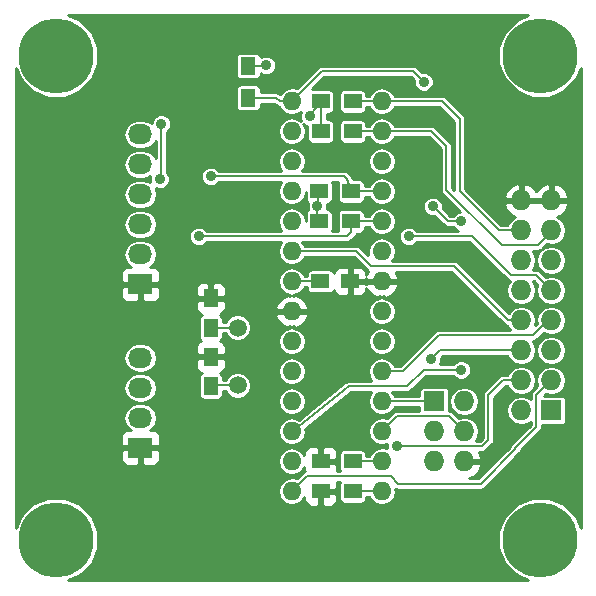
<source format=gbl>
G04 #@! TF.FileFunction,Copper,L2,Bot,Signal*
%FSLAX46Y46*%
G04 Gerber Fmt 4.6, Leading zero omitted, Abs format (unit mm)*
G04 Created by KiCad (PCBNEW (after 2015-mar-04 BZR unknown)-product) date 11/11/2016 2:03:54 PM*
%MOMM*%
G01*
G04 APERTURE LIST*
%ADD10C,0.150000*%
%ADD11C,6.350000*%
%ADD12R,1.250000X1.500000*%
%ADD13R,1.727200X1.727200*%
%ADD14O,1.727200X1.727200*%
%ADD15R,1.500000X1.300000*%
%ADD16O,1.600000X1.600000*%
%ADD17C,1.501140*%
%ADD18R,1.500000X1.250000*%
%ADD19R,2.032000X1.727200*%
%ADD20O,2.032000X1.727200*%
%ADD21R,1.300000X1.500000*%
%ADD22C,0.889000*%
%ADD23C,0.203200*%
%ADD24C,0.254000*%
G04 APERTURE END LIST*
D10*
D11*
X200000000Y-125000000D03*
X159000000Y-125000000D03*
X200000000Y-84000000D03*
X159000000Y-84000000D03*
D12*
X172085000Y-107041000D03*
X172085000Y-104541000D03*
X172085000Y-111994000D03*
X172085000Y-109494000D03*
D13*
X200914000Y-114046000D03*
D14*
X198374000Y-114046000D03*
X200914000Y-111506000D03*
X198374000Y-111506000D03*
X200914000Y-108966000D03*
X198374000Y-108966000D03*
X200914000Y-106426000D03*
X198374000Y-106426000D03*
X200914000Y-103886000D03*
X198374000Y-103886000D03*
X200914000Y-101346000D03*
X198374000Y-101346000D03*
X200914000Y-98806000D03*
X198374000Y-98806000D03*
X200914000Y-96266000D03*
X198374000Y-96266000D03*
D15*
X183976000Y-98044000D03*
X181276000Y-98044000D03*
X183976000Y-95504000D03*
X181276000Y-95504000D03*
D16*
X178943000Y-87884000D03*
X178943000Y-90424000D03*
X178943000Y-92964000D03*
X178943000Y-95504000D03*
X178943000Y-98044000D03*
X178943000Y-100584000D03*
X178943000Y-103124000D03*
X178943000Y-105664000D03*
X178943000Y-108204000D03*
X178943000Y-110744000D03*
X178943000Y-113284000D03*
X178943000Y-115824000D03*
X178943000Y-118364000D03*
X178943000Y-120904000D03*
X186563000Y-120904000D03*
X186563000Y-118364000D03*
X186563000Y-115824000D03*
X186563000Y-113284000D03*
X186563000Y-110744000D03*
X186563000Y-108204000D03*
X186563000Y-105664000D03*
X186563000Y-103124000D03*
X186563000Y-100584000D03*
X186563000Y-98044000D03*
X186563000Y-95504000D03*
X186563000Y-92964000D03*
X186563000Y-90424000D03*
X186563000Y-87884000D03*
D17*
X174371000Y-111914940D03*
X174371000Y-107033060D03*
D15*
X181403000Y-118364000D03*
X184103000Y-118364000D03*
X181403000Y-120904000D03*
X184103000Y-120904000D03*
X184103000Y-90424000D03*
X181403000Y-90424000D03*
X181403000Y-87884000D03*
X184103000Y-87884000D03*
D18*
X181376000Y-103124000D03*
X183876000Y-103124000D03*
D19*
X166116000Y-117221000D03*
D20*
X166116000Y-114681000D03*
X166116000Y-112141000D03*
X166116000Y-109601000D03*
D19*
X166116000Y-103378000D03*
D20*
X166116000Y-100838000D03*
X166116000Y-98298000D03*
X166116000Y-95758000D03*
X166116000Y-93218000D03*
X166116000Y-90678000D03*
D21*
X175260000Y-87583000D03*
X175260000Y-84883000D03*
D13*
X191008000Y-113284000D03*
D14*
X193548000Y-113284000D03*
X191008000Y-115824000D03*
X193548000Y-115824000D03*
X191008000Y-118364000D03*
X193548000Y-118364000D03*
D22*
X202184000Y-119126000D03*
X176784000Y-84836000D03*
X180467000Y-89154000D03*
X181102000Y-96774000D03*
X187833000Y-117094000D03*
X193294000Y-110617000D03*
X190754000Y-109728000D03*
X188849000Y-99314000D03*
X190881000Y-96774000D03*
X193294000Y-98044000D03*
X171069000Y-99314000D03*
X172085000Y-94234000D03*
X167894000Y-89789000D03*
X167767000Y-94488000D03*
X190119000Y-86233000D03*
D23*
X174371000Y-107033060D02*
X172092940Y-107033060D01*
X172092940Y-107033060D02*
X172085000Y-107041000D01*
X174371000Y-111914940D02*
X172164060Y-111914940D01*
X172164060Y-111914940D02*
X172085000Y-111994000D01*
X176737000Y-84883000D02*
X176784000Y-84836000D01*
X175260000Y-84883000D02*
X176737000Y-84883000D01*
X181356000Y-87931000D02*
X180467000Y-89154000D01*
X181403000Y-87884000D02*
X181356000Y-87931000D01*
X181403000Y-90424000D02*
X181403000Y-87884000D01*
X181102000Y-96774000D02*
X180975000Y-96901000D01*
X181276000Y-95504000D02*
X181102000Y-96774000D01*
X180975000Y-96901000D02*
X181102000Y-96774000D01*
X181276000Y-98044000D02*
X180975000Y-96901000D01*
X181376000Y-103124000D02*
X178943000Y-103124000D01*
X186436000Y-119634000D02*
X187325000Y-119634000D01*
X187960000Y-120269000D02*
X194945000Y-120269000D01*
X187325000Y-119634000D02*
X187960000Y-120269000D01*
X184023000Y-119634000D02*
X180213000Y-119634000D01*
X180213000Y-119634000D02*
X178943000Y-120904000D01*
X199644000Y-112776000D02*
X199644000Y-115443000D01*
X199644000Y-115443000D02*
X197866000Y-117221000D01*
X197866000Y-117221000D02*
X197866000Y-117348000D01*
X197866000Y-117348000D02*
X194945000Y-120269000D01*
X200914000Y-111506000D02*
X199644000Y-112776000D01*
X186436000Y-119634000D02*
X184023000Y-119634000D01*
X187833000Y-117094000D02*
X189611000Y-117094000D01*
X195580000Y-115697000D02*
X195580000Y-116586000D01*
X195072000Y-117094000D02*
X189611000Y-117094000D01*
X195580000Y-116586000D02*
X195072000Y-117094000D01*
X195580000Y-115697000D02*
X195580000Y-112776000D01*
X195580000Y-112776000D02*
X196850000Y-111506000D01*
X196850000Y-111506000D02*
X198374000Y-111506000D01*
X183769000Y-112014000D02*
X188722000Y-112014000D01*
X188722000Y-112014000D02*
X190119000Y-110617000D01*
X190119000Y-110617000D02*
X193294000Y-110617000D01*
X179070000Y-115824000D02*
X183769000Y-112014000D01*
X178943000Y-115824000D02*
X179070000Y-115824000D01*
X191516000Y-108966000D02*
X190754000Y-109728000D01*
X198374000Y-108966000D02*
X191516000Y-108966000D01*
X188341000Y-110744000D02*
X186563000Y-110744000D01*
X191389000Y-107696000D02*
X188341000Y-110744000D01*
X199390000Y-107696000D02*
X191389000Y-107696000D01*
X200660000Y-106426000D02*
X199390000Y-107696000D01*
X200914000Y-106426000D02*
X200660000Y-106426000D01*
X190754000Y-101854000D02*
X185674000Y-101854000D01*
X185674000Y-101854000D02*
X184404000Y-100584000D01*
X197231000Y-106426000D02*
X192659000Y-101854000D01*
X192659000Y-101854000D02*
X190754000Y-101854000D01*
X184404000Y-100584000D02*
X178943000Y-100584000D01*
X198374000Y-106426000D02*
X197231000Y-106426000D01*
X199644000Y-102616000D02*
X197485000Y-102616000D01*
X197485000Y-102616000D02*
X194183000Y-99314000D01*
X194183000Y-99314000D02*
X188849000Y-99314000D01*
X200914000Y-103886000D02*
X199644000Y-102616000D01*
X190881000Y-96774000D02*
X192151000Y-98044000D01*
X192151000Y-98044000D02*
X193294000Y-98044000D01*
X184103000Y-90424000D02*
X186563000Y-90424000D01*
X190754000Y-90424000D02*
X186563000Y-90424000D01*
X192024000Y-91694000D02*
X190754000Y-90424000D01*
X192024000Y-95377000D02*
X192024000Y-91694000D01*
X196723000Y-100076000D02*
X192024000Y-95377000D01*
X199771000Y-100076000D02*
X196723000Y-100076000D01*
X200914000Y-98933000D02*
X199771000Y-100076000D01*
X200914000Y-98806000D02*
X200914000Y-98933000D01*
X184103000Y-87884000D02*
X186563000Y-87884000D01*
X196469000Y-98806000D02*
X193167000Y-95504000D01*
X193167000Y-95504000D02*
X193167000Y-89408000D01*
X193167000Y-89408000D02*
X191643000Y-87884000D01*
X191643000Y-87884000D02*
X186563000Y-87884000D01*
X198374000Y-98806000D02*
X196469000Y-98806000D01*
X183976000Y-98044000D02*
X186563000Y-98044000D01*
X183976000Y-98980000D02*
X183642000Y-99314000D01*
X183642000Y-99314000D02*
X171069000Y-99314000D01*
X183976000Y-98044000D02*
X183976000Y-98980000D01*
X183976000Y-95504000D02*
X186563000Y-95504000D01*
X183595000Y-94441000D02*
X183388000Y-94234000D01*
X183976000Y-95504000D02*
X183595000Y-94441000D01*
X183388000Y-94234000D02*
X172085000Y-94234000D01*
X167894000Y-94361000D02*
X167894000Y-89789000D01*
X167767000Y-94488000D02*
X167894000Y-94361000D01*
X184103000Y-118364000D02*
X186563000Y-118364000D01*
X184103000Y-120904000D02*
X186563000Y-120904000D01*
X186436000Y-85344000D02*
X181483000Y-85344000D01*
X181483000Y-85344000D02*
X178943000Y-87884000D01*
X177927000Y-87884000D02*
X177626000Y-87583000D01*
X178943000Y-87884000D02*
X177927000Y-87884000D01*
X177626000Y-87583000D02*
X175260000Y-87583000D01*
X186436000Y-85344000D02*
X189230000Y-85344000D01*
X189230000Y-85344000D02*
X190119000Y-86233000D01*
X191516000Y-114554000D02*
X187833000Y-114554000D01*
X187833000Y-114554000D02*
X186563000Y-115824000D01*
X192278000Y-114554000D02*
X193548000Y-115824000D01*
X191516000Y-114554000D02*
X192278000Y-114554000D01*
X186563000Y-115824000D02*
X186690000Y-115824000D01*
X186563000Y-113284000D02*
X191008000Y-113284000D01*
D24*
G36*
X203428500Y-123985706D02*
X203016388Y-122988319D01*
X202368958Y-122339758D01*
X202368958Y-96625026D01*
X202368958Y-95906974D01*
X202196688Y-95491053D01*
X201802490Y-95059179D01*
X201273027Y-94811032D01*
X201041000Y-94931531D01*
X201041000Y-96139000D01*
X202247817Y-96139000D01*
X202368958Y-95906974D01*
X202368958Y-96625026D01*
X202247817Y-96393000D01*
X201041000Y-96393000D01*
X201041000Y-96413000D01*
X200787000Y-96413000D01*
X200787000Y-96393000D01*
X200787000Y-96139000D01*
X200787000Y-94931531D01*
X200554973Y-94811032D01*
X200025510Y-95059179D01*
X199644000Y-95477152D01*
X199262490Y-95059179D01*
X198733027Y-94811032D01*
X198501000Y-94931531D01*
X198501000Y-96139000D01*
X199580183Y-96139000D01*
X199707817Y-96139000D01*
X200787000Y-96139000D01*
X200787000Y-96393000D01*
X199707817Y-96393000D01*
X199580183Y-96393000D01*
X198501000Y-96393000D01*
X198501000Y-96413000D01*
X198247000Y-96413000D01*
X198247000Y-96393000D01*
X198247000Y-96139000D01*
X198247000Y-94931531D01*
X198014973Y-94811032D01*
X197485510Y-95059179D01*
X197091312Y-95491053D01*
X196919042Y-95906974D01*
X197040183Y-96139000D01*
X198247000Y-96139000D01*
X198247000Y-96393000D01*
X197040183Y-96393000D01*
X196919042Y-96625026D01*
X197091312Y-97040947D01*
X197485510Y-97472821D01*
X197875661Y-97655676D01*
X197873329Y-97656140D01*
X197469552Y-97925935D01*
X197203974Y-98323400D01*
X196668900Y-98323400D01*
X193649600Y-95304100D01*
X193649600Y-89408000D01*
X193612864Y-89223317D01*
X193508250Y-89066750D01*
X193508246Y-89066747D01*
X191984250Y-87542750D01*
X191827683Y-87438136D01*
X191643000Y-87401400D01*
X190944643Y-87401400D01*
X190944643Y-86069518D01*
X190819233Y-85766002D01*
X190587219Y-85533583D01*
X190283923Y-85407643D01*
X189975874Y-85407374D01*
X189571250Y-85002750D01*
X189414683Y-84898136D01*
X189230000Y-84861400D01*
X186436000Y-84861400D01*
X181483000Y-84861400D01*
X181298317Y-84898136D01*
X181141750Y-85002750D01*
X181141747Y-85002753D01*
X179362632Y-86781867D01*
X178966137Y-86703000D01*
X178919863Y-86703000D01*
X178467914Y-86792898D01*
X178084770Y-87048907D01*
X177959414Y-87236514D01*
X177810683Y-87137136D01*
X177626000Y-87100400D01*
X177609643Y-87100400D01*
X177609643Y-84672518D01*
X177484233Y-84369002D01*
X177252219Y-84136583D01*
X176948923Y-84010643D01*
X176620518Y-84010357D01*
X176317002Y-84135767D01*
X176298464Y-84154272D01*
X176298464Y-84133000D01*
X176270278Y-83987726D01*
X176186404Y-83860044D01*
X176059784Y-83774574D01*
X175910000Y-83744536D01*
X174610000Y-83744536D01*
X174464726Y-83772722D01*
X174337044Y-83856596D01*
X174251574Y-83983216D01*
X174221536Y-84133000D01*
X174221536Y-85633000D01*
X174249722Y-85778274D01*
X174333596Y-85905956D01*
X174460216Y-85991426D01*
X174610000Y-86021464D01*
X175910000Y-86021464D01*
X176055274Y-85993278D01*
X176182956Y-85909404D01*
X176268426Y-85782784D01*
X176298464Y-85633000D01*
X176298464Y-85518069D01*
X176315781Y-85535417D01*
X176619077Y-85661357D01*
X176947482Y-85661643D01*
X177250998Y-85536233D01*
X177483417Y-85304219D01*
X177609357Y-85000923D01*
X177609643Y-84672518D01*
X177609643Y-87100400D01*
X176298464Y-87100400D01*
X176298464Y-86833000D01*
X176270278Y-86687726D01*
X176186404Y-86560044D01*
X176059784Y-86474574D01*
X175910000Y-86444536D01*
X174610000Y-86444536D01*
X174464726Y-86472722D01*
X174337044Y-86556596D01*
X174251574Y-86683216D01*
X174221536Y-86833000D01*
X174221536Y-88333000D01*
X174249722Y-88478274D01*
X174333596Y-88605956D01*
X174460216Y-88691426D01*
X174610000Y-88721464D01*
X175910000Y-88721464D01*
X176055274Y-88693278D01*
X176182956Y-88609404D01*
X176268426Y-88482784D01*
X176298464Y-88333000D01*
X176298464Y-88065600D01*
X177426100Y-88065600D01*
X177585750Y-88225250D01*
X177742317Y-88329864D01*
X177837322Y-88348761D01*
X178084770Y-88719093D01*
X178467914Y-88975102D01*
X178919863Y-89065000D01*
X178966137Y-89065000D01*
X179418086Y-88975102D01*
X179735518Y-88762999D01*
X179641643Y-88989077D01*
X179641357Y-89317482D01*
X179735306Y-89544858D01*
X179418086Y-89332898D01*
X178966137Y-89243000D01*
X178919863Y-89243000D01*
X178467914Y-89332898D01*
X178084770Y-89588907D01*
X177828761Y-89972051D01*
X177738863Y-90424000D01*
X177828761Y-90875949D01*
X178084770Y-91259093D01*
X178467914Y-91515102D01*
X178919863Y-91605000D01*
X178966137Y-91605000D01*
X179418086Y-91515102D01*
X179801230Y-91259093D01*
X180057239Y-90875949D01*
X180147137Y-90424000D01*
X180057239Y-89972051D01*
X179935842Y-89790368D01*
X179998781Y-89853417D01*
X180264536Y-89963768D01*
X180264536Y-91074000D01*
X180292722Y-91219274D01*
X180376596Y-91346956D01*
X180503216Y-91432426D01*
X180653000Y-91462464D01*
X182153000Y-91462464D01*
X182298274Y-91434278D01*
X182425956Y-91350404D01*
X182511426Y-91223784D01*
X182541464Y-91074000D01*
X182541464Y-89774000D01*
X182513278Y-89628726D01*
X182429404Y-89501044D01*
X182302784Y-89415574D01*
X182153000Y-89385536D01*
X181885600Y-89385536D01*
X181885600Y-88922464D01*
X182153000Y-88922464D01*
X182298274Y-88894278D01*
X182425956Y-88810404D01*
X182511426Y-88683784D01*
X182541464Y-88534000D01*
X182541464Y-87234000D01*
X182513278Y-87088726D01*
X182429404Y-86961044D01*
X182302784Y-86875574D01*
X182153000Y-86845536D01*
X180663963Y-86845536D01*
X181682899Y-85826600D01*
X186436000Y-85826600D01*
X189030100Y-85826600D01*
X189293623Y-86090123D01*
X189293357Y-86396482D01*
X189418767Y-86699998D01*
X189650781Y-86932417D01*
X189954077Y-87058357D01*
X190282482Y-87058643D01*
X190585998Y-86933233D01*
X190818417Y-86701219D01*
X190944357Y-86397923D01*
X190944643Y-86069518D01*
X190944643Y-87401400D01*
X187656758Y-87401400D01*
X187421230Y-87048907D01*
X187038086Y-86792898D01*
X186586137Y-86703000D01*
X186539863Y-86703000D01*
X186087914Y-86792898D01*
X185704770Y-87048907D01*
X185469241Y-87401400D01*
X185241464Y-87401400D01*
X185241464Y-87234000D01*
X185213278Y-87088726D01*
X185129404Y-86961044D01*
X185002784Y-86875574D01*
X184853000Y-86845536D01*
X183353000Y-86845536D01*
X183207726Y-86873722D01*
X183080044Y-86957596D01*
X182994574Y-87084216D01*
X182964536Y-87234000D01*
X182964536Y-88534000D01*
X182992722Y-88679274D01*
X183076596Y-88806956D01*
X183203216Y-88892426D01*
X183353000Y-88922464D01*
X184853000Y-88922464D01*
X184998274Y-88894278D01*
X185125956Y-88810404D01*
X185211426Y-88683784D01*
X185241464Y-88534000D01*
X185241464Y-88366600D01*
X185469241Y-88366600D01*
X185704770Y-88719093D01*
X186087914Y-88975102D01*
X186539863Y-89065000D01*
X186586137Y-89065000D01*
X187038086Y-88975102D01*
X187421230Y-88719093D01*
X187656758Y-88366600D01*
X191443100Y-88366600D01*
X192684400Y-89607899D01*
X192684400Y-95354900D01*
X192506600Y-95177100D01*
X192506600Y-91694000D01*
X192469864Y-91509317D01*
X192365250Y-91352750D01*
X191095250Y-90082750D01*
X190938683Y-89978136D01*
X190754000Y-89941400D01*
X187656758Y-89941400D01*
X187421230Y-89588907D01*
X187038086Y-89332898D01*
X186586137Y-89243000D01*
X186539863Y-89243000D01*
X186087914Y-89332898D01*
X185704770Y-89588907D01*
X185469241Y-89941400D01*
X185241464Y-89941400D01*
X185241464Y-89774000D01*
X185213278Y-89628726D01*
X185129404Y-89501044D01*
X185002784Y-89415574D01*
X184853000Y-89385536D01*
X183353000Y-89385536D01*
X183207726Y-89413722D01*
X183080044Y-89497596D01*
X182994574Y-89624216D01*
X182964536Y-89774000D01*
X182964536Y-91074000D01*
X182992722Y-91219274D01*
X183076596Y-91346956D01*
X183203216Y-91432426D01*
X183353000Y-91462464D01*
X184853000Y-91462464D01*
X184998274Y-91434278D01*
X185125956Y-91350404D01*
X185211426Y-91223784D01*
X185241464Y-91074000D01*
X185241464Y-90906600D01*
X185469241Y-90906600D01*
X185704770Y-91259093D01*
X186087914Y-91515102D01*
X186539863Y-91605000D01*
X186586137Y-91605000D01*
X187038086Y-91515102D01*
X187421230Y-91259093D01*
X187656758Y-90906600D01*
X190554100Y-90906600D01*
X191541400Y-91893900D01*
X191541400Y-95377000D01*
X191578136Y-95561683D01*
X191682750Y-95718250D01*
X193182902Y-97218402D01*
X193130518Y-97218357D01*
X192827002Y-97343767D01*
X192608989Y-97561400D01*
X192350900Y-97561400D01*
X191706376Y-96916876D01*
X191706643Y-96610518D01*
X191581233Y-96307002D01*
X191349219Y-96074583D01*
X191045923Y-95948643D01*
X190717518Y-95948357D01*
X190414002Y-96073767D01*
X190181583Y-96305781D01*
X190055643Y-96609077D01*
X190055357Y-96937482D01*
X190180767Y-97240998D01*
X190412781Y-97473417D01*
X190716077Y-97599357D01*
X191024125Y-97599625D01*
X191809750Y-98385250D01*
X191966317Y-98489864D01*
X192151000Y-98526600D01*
X192609341Y-98526600D01*
X192825781Y-98743417D01*
X193037666Y-98831400D01*
X189533658Y-98831400D01*
X189317219Y-98614583D01*
X189013923Y-98488643D01*
X188685518Y-98488357D01*
X188382002Y-98613767D01*
X188149583Y-98845781D01*
X188023643Y-99149077D01*
X188023357Y-99477482D01*
X188148767Y-99780998D01*
X188380781Y-100013417D01*
X188684077Y-100139357D01*
X189012482Y-100139643D01*
X189315998Y-100014233D01*
X189534010Y-99796600D01*
X193983100Y-99796600D01*
X197143750Y-102957250D01*
X197300317Y-103061864D01*
X197416711Y-103085016D01*
X197199757Y-103409712D01*
X197105017Y-103886000D01*
X197199757Y-104362288D01*
X197469552Y-104766065D01*
X197873329Y-105035860D01*
X198349617Y-105130600D01*
X198398383Y-105130600D01*
X198874671Y-105035860D01*
X199278448Y-104766065D01*
X199548243Y-104362288D01*
X199642983Y-103886000D01*
X199548243Y-103409712D01*
X199340364Y-103098600D01*
X199444100Y-103098600D01*
X199745947Y-103400447D01*
X199739757Y-103409712D01*
X199645017Y-103886000D01*
X199739757Y-104362288D01*
X200009552Y-104766065D01*
X200413329Y-105035860D01*
X200889617Y-105130600D01*
X200938383Y-105130600D01*
X201414671Y-105035860D01*
X201818448Y-104766065D01*
X202088243Y-104362288D01*
X202182983Y-103886000D01*
X202088243Y-103409712D01*
X201818448Y-103005935D01*
X201414671Y-102736140D01*
X200938383Y-102641400D01*
X200889617Y-102641400D01*
X200441113Y-102730613D01*
X199985250Y-102274750D01*
X199828683Y-102170136D01*
X199644000Y-102133400D01*
X199340364Y-102133400D01*
X199548243Y-101822288D01*
X199642983Y-101346000D01*
X199548243Y-100869712D01*
X199340364Y-100558600D01*
X199771000Y-100558600D01*
X199955683Y-100521864D01*
X199985488Y-100501948D01*
X199739757Y-100869712D01*
X199645017Y-101346000D01*
X199739757Y-101822288D01*
X200009552Y-102226065D01*
X200413329Y-102495860D01*
X200889617Y-102590600D01*
X200938383Y-102590600D01*
X201414671Y-102495860D01*
X201818448Y-102226065D01*
X202088243Y-101822288D01*
X202182983Y-101346000D01*
X202088243Y-100869712D01*
X201818448Y-100465935D01*
X201414671Y-100196140D01*
X200938383Y-100101400D01*
X200889617Y-100101400D01*
X200413329Y-100196140D01*
X200172329Y-100357170D01*
X200547042Y-99982457D01*
X200889617Y-100050600D01*
X200938383Y-100050600D01*
X201414671Y-99955860D01*
X201818448Y-99686065D01*
X202088243Y-99282288D01*
X202182983Y-98806000D01*
X202088243Y-98329712D01*
X201818448Y-97925935D01*
X201414671Y-97656140D01*
X201412338Y-97655676D01*
X201802490Y-97472821D01*
X202196688Y-97040947D01*
X202368958Y-96625026D01*
X202368958Y-122339758D01*
X202182983Y-122153458D01*
X202182983Y-111506000D01*
X202182983Y-108966000D01*
X202088243Y-108489712D01*
X201818448Y-108085935D01*
X201414671Y-107816140D01*
X200938383Y-107721400D01*
X200889617Y-107721400D01*
X200413329Y-107816140D01*
X200009552Y-108085935D01*
X199739757Y-108489712D01*
X199645017Y-108966000D01*
X199739757Y-109442288D01*
X200009552Y-109846065D01*
X200413329Y-110115860D01*
X200889617Y-110210600D01*
X200938383Y-110210600D01*
X201414671Y-110115860D01*
X201818448Y-109846065D01*
X202088243Y-109442288D01*
X202182983Y-108966000D01*
X202182983Y-111506000D01*
X202088243Y-111029712D01*
X201818448Y-110625935D01*
X201414671Y-110356140D01*
X200938383Y-110261400D01*
X200889617Y-110261400D01*
X200413329Y-110356140D01*
X200009552Y-110625935D01*
X199739757Y-111029712D01*
X199645017Y-111506000D01*
X199739757Y-111982288D01*
X199745947Y-111991552D01*
X199302750Y-112434750D01*
X199198136Y-112591317D01*
X199161400Y-112776000D01*
X199161400Y-113087726D01*
X198874671Y-112896140D01*
X198398383Y-112801400D01*
X198349617Y-112801400D01*
X197873329Y-112896140D01*
X197469552Y-113165935D01*
X197199757Y-113569712D01*
X197105017Y-114046000D01*
X197199757Y-114522288D01*
X197469552Y-114926065D01*
X197873329Y-115195860D01*
X198349617Y-115290600D01*
X198398383Y-115290600D01*
X198874671Y-115195860D01*
X199161400Y-115004273D01*
X199161400Y-115243100D01*
X197524750Y-116879750D01*
X197420136Y-117036317D01*
X197401501Y-117129998D01*
X194745100Y-119786400D01*
X193976516Y-119786400D01*
X194436490Y-119570821D01*
X194830688Y-119138947D01*
X195002958Y-118723026D01*
X194881817Y-118491000D01*
X193675000Y-118491000D01*
X193675000Y-118511000D01*
X193421000Y-118511000D01*
X193421000Y-118491000D01*
X193401000Y-118491000D01*
X193401000Y-118237000D01*
X193421000Y-118237000D01*
X193421000Y-118217000D01*
X193675000Y-118217000D01*
X193675000Y-118237000D01*
X194881817Y-118237000D01*
X195002958Y-118004974D01*
X194830688Y-117589053D01*
X194819321Y-117576600D01*
X195072000Y-117576600D01*
X195256683Y-117539864D01*
X195413250Y-117435250D01*
X195921246Y-116927252D01*
X195921249Y-116927250D01*
X195921250Y-116927250D01*
X196025864Y-116770683D01*
X196062600Y-116586000D01*
X196062600Y-115697000D01*
X196062600Y-112975900D01*
X197049900Y-111988600D01*
X197203974Y-111988600D01*
X197469552Y-112386065D01*
X197873329Y-112655860D01*
X198349617Y-112750600D01*
X198398383Y-112750600D01*
X198874671Y-112655860D01*
X199278448Y-112386065D01*
X199548243Y-111982288D01*
X199642983Y-111506000D01*
X199548243Y-111029712D01*
X199278448Y-110625935D01*
X198874671Y-110356140D01*
X198398383Y-110261400D01*
X198349617Y-110261400D01*
X197873329Y-110356140D01*
X197469552Y-110625935D01*
X197203974Y-111023400D01*
X196850000Y-111023400D01*
X196665317Y-111060136D01*
X196508750Y-111164750D01*
X195238750Y-112434750D01*
X195134136Y-112591317D01*
X195097400Y-112776000D01*
X195097400Y-115697000D01*
X195097400Y-116386100D01*
X194872100Y-116611400D01*
X194514364Y-116611400D01*
X194722243Y-116300288D01*
X194816983Y-115824000D01*
X194816983Y-113284000D01*
X194722243Y-112807712D01*
X194452448Y-112403935D01*
X194048671Y-112134140D01*
X193572383Y-112039400D01*
X193523617Y-112039400D01*
X193047329Y-112134140D01*
X192643552Y-112403935D01*
X192373757Y-112807712D01*
X192279017Y-113284000D01*
X192373757Y-113760288D01*
X192643552Y-114164065D01*
X193047329Y-114433860D01*
X193523617Y-114528600D01*
X193572383Y-114528600D01*
X194048671Y-114433860D01*
X194452448Y-114164065D01*
X194722243Y-113760288D01*
X194816983Y-113284000D01*
X194816983Y-115824000D01*
X194722243Y-115347712D01*
X194452448Y-114943935D01*
X194048671Y-114674140D01*
X193572383Y-114579400D01*
X193523617Y-114579400D01*
X193075113Y-114668613D01*
X192619250Y-114212750D01*
X192462683Y-114108136D01*
X192278000Y-114071400D01*
X192260064Y-114071400D01*
X192260064Y-112420400D01*
X192231878Y-112275126D01*
X192148004Y-112147444D01*
X192021384Y-112061974D01*
X191871600Y-112031936D01*
X190144400Y-112031936D01*
X189999126Y-112060122D01*
X189871444Y-112143996D01*
X189785974Y-112270616D01*
X189755936Y-112420400D01*
X189755936Y-112801400D01*
X187656758Y-112801400D01*
X187453097Y-112496600D01*
X188722000Y-112496600D01*
X188906683Y-112459864D01*
X189063250Y-112355250D01*
X190318899Y-111099600D01*
X192609341Y-111099600D01*
X192825781Y-111316417D01*
X193129077Y-111442357D01*
X193457482Y-111442643D01*
X193760998Y-111317233D01*
X193993417Y-111085219D01*
X194119357Y-110781923D01*
X194119643Y-110453518D01*
X193994233Y-110150002D01*
X193762219Y-109917583D01*
X193458923Y-109791643D01*
X193130518Y-109791357D01*
X192827002Y-109916767D01*
X192608989Y-110134400D01*
X191479086Y-110134400D01*
X191579357Y-109892923D01*
X191579625Y-109584874D01*
X191715900Y-109448600D01*
X197203974Y-109448600D01*
X197469552Y-109846065D01*
X197873329Y-110115860D01*
X198349617Y-110210600D01*
X198398383Y-110210600D01*
X198874671Y-110115860D01*
X199278448Y-109846065D01*
X199548243Y-109442288D01*
X199642983Y-108966000D01*
X199548243Y-108489712D01*
X199340364Y-108178600D01*
X199390000Y-108178600D01*
X199574683Y-108141864D01*
X199731250Y-108037250D01*
X200281035Y-107487464D01*
X200413329Y-107575860D01*
X200889617Y-107670600D01*
X200938383Y-107670600D01*
X201414671Y-107575860D01*
X201818448Y-107306065D01*
X202088243Y-106902288D01*
X202182983Y-106426000D01*
X202088243Y-105949712D01*
X201818448Y-105545935D01*
X201414671Y-105276140D01*
X200938383Y-105181400D01*
X200889617Y-105181400D01*
X200413329Y-105276140D01*
X200009552Y-105545935D01*
X199739757Y-105949712D01*
X199645017Y-106426000D01*
X199700179Y-106703320D01*
X199559920Y-106843579D01*
X199642983Y-106426000D01*
X199548243Y-105949712D01*
X199278448Y-105545935D01*
X198874671Y-105276140D01*
X198398383Y-105181400D01*
X198349617Y-105181400D01*
X197873329Y-105276140D01*
X197469552Y-105545935D01*
X197294867Y-105807368D01*
X193000250Y-101512750D01*
X192843683Y-101408136D01*
X192659000Y-101371400D01*
X190754000Y-101371400D01*
X187453097Y-101371400D01*
X187677239Y-101035949D01*
X187767137Y-100584000D01*
X187677239Y-100132051D01*
X187421230Y-99748907D01*
X187038086Y-99492898D01*
X186586137Y-99403000D01*
X186539863Y-99403000D01*
X186087914Y-99492898D01*
X185704770Y-99748907D01*
X185448761Y-100132051D01*
X185358863Y-100584000D01*
X185426491Y-100923991D01*
X184745250Y-100242750D01*
X184588683Y-100138136D01*
X184404000Y-100101400D01*
X180036758Y-100101400D01*
X179833097Y-99796600D01*
X183642000Y-99796600D01*
X183826683Y-99759864D01*
X183983250Y-99655250D01*
X184317246Y-99321252D01*
X184317249Y-99321250D01*
X184317250Y-99321250D01*
X184421864Y-99164683D01*
X184438218Y-99082464D01*
X184726000Y-99082464D01*
X184871274Y-99054278D01*
X184998956Y-98970404D01*
X185084426Y-98843784D01*
X185114464Y-98694000D01*
X185114464Y-98526600D01*
X185469241Y-98526600D01*
X185704770Y-98879093D01*
X186087914Y-99135102D01*
X186539863Y-99225000D01*
X186586137Y-99225000D01*
X187038086Y-99135102D01*
X187421230Y-98879093D01*
X187677239Y-98495949D01*
X187767137Y-98044000D01*
X187677239Y-97592051D01*
X187421230Y-97208907D01*
X187038086Y-96952898D01*
X186586137Y-96863000D01*
X186539863Y-96863000D01*
X186087914Y-96952898D01*
X185704770Y-97208907D01*
X185469241Y-97561400D01*
X185114464Y-97561400D01*
X185114464Y-97394000D01*
X185086278Y-97248726D01*
X185002404Y-97121044D01*
X184875784Y-97035574D01*
X184726000Y-97005536D01*
X183226000Y-97005536D01*
X183080726Y-97033722D01*
X182953044Y-97117596D01*
X182867574Y-97244216D01*
X182837536Y-97394000D01*
X182837536Y-98694000D01*
X182864194Y-98831400D01*
X182386909Y-98831400D01*
X182414464Y-98694000D01*
X182414464Y-97394000D01*
X182386278Y-97248726D01*
X182302404Y-97121044D01*
X182175784Y-97035574D01*
X182026000Y-97005536D01*
X181899696Y-97005536D01*
X181927357Y-96938923D01*
X181927643Y-96610518D01*
X181899523Y-96542464D01*
X182026000Y-96542464D01*
X182171274Y-96514278D01*
X182298956Y-96430404D01*
X182384426Y-96303784D01*
X182414464Y-96154000D01*
X182414464Y-94854000D01*
X182387805Y-94716600D01*
X182865090Y-94716600D01*
X182837536Y-94854000D01*
X182837536Y-96154000D01*
X182865722Y-96299274D01*
X182949596Y-96426956D01*
X183076216Y-96512426D01*
X183226000Y-96542464D01*
X184726000Y-96542464D01*
X184871274Y-96514278D01*
X184998956Y-96430404D01*
X185084426Y-96303784D01*
X185114464Y-96154000D01*
X185114464Y-95986600D01*
X185469241Y-95986600D01*
X185704770Y-96339093D01*
X186087914Y-96595102D01*
X186539863Y-96685000D01*
X186586137Y-96685000D01*
X187038086Y-96595102D01*
X187421230Y-96339093D01*
X187677239Y-95955949D01*
X187767137Y-95504000D01*
X187767137Y-92964000D01*
X187677239Y-92512051D01*
X187421230Y-92128907D01*
X187038086Y-91872898D01*
X186586137Y-91783000D01*
X186539863Y-91783000D01*
X186087914Y-91872898D01*
X185704770Y-92128907D01*
X185448761Y-92512051D01*
X185358863Y-92964000D01*
X185448761Y-93415949D01*
X185704770Y-93799093D01*
X186087914Y-94055102D01*
X186539863Y-94145000D01*
X186586137Y-94145000D01*
X187038086Y-94055102D01*
X187421230Y-93799093D01*
X187677239Y-93415949D01*
X187767137Y-92964000D01*
X187767137Y-95504000D01*
X187677239Y-95052051D01*
X187421230Y-94668907D01*
X187038086Y-94412898D01*
X186586137Y-94323000D01*
X186539863Y-94323000D01*
X186087914Y-94412898D01*
X185704770Y-94668907D01*
X185469241Y-95021400D01*
X185114464Y-95021400D01*
X185114464Y-94854000D01*
X185086278Y-94708726D01*
X185002404Y-94581044D01*
X184875784Y-94495574D01*
X184726000Y-94465536D01*
X184116456Y-94465536D01*
X184049301Y-94278170D01*
X184043183Y-94267975D01*
X184040864Y-94256317D01*
X183994938Y-94187584D01*
X183952406Y-94116711D01*
X183942855Y-94109635D01*
X183936250Y-94099750D01*
X183729250Y-93892750D01*
X183572683Y-93788136D01*
X183388000Y-93751400D01*
X179833097Y-93751400D01*
X180057239Y-93415949D01*
X180147137Y-92964000D01*
X180057239Y-92512051D01*
X179801230Y-92128907D01*
X179418086Y-91872898D01*
X178966137Y-91783000D01*
X178919863Y-91783000D01*
X178467914Y-91872898D01*
X178084770Y-92128907D01*
X177828761Y-92512051D01*
X177738863Y-92964000D01*
X177828761Y-93415949D01*
X178052902Y-93751400D01*
X172769658Y-93751400D01*
X172553219Y-93534583D01*
X172249923Y-93408643D01*
X171921518Y-93408357D01*
X171618002Y-93533767D01*
X171385583Y-93765781D01*
X171259643Y-94069077D01*
X171259357Y-94397482D01*
X171384767Y-94700998D01*
X171616781Y-94933417D01*
X171920077Y-95059357D01*
X172248482Y-95059643D01*
X172551998Y-94934233D01*
X172770010Y-94716600D01*
X178052902Y-94716600D01*
X177828761Y-95052051D01*
X177738863Y-95504000D01*
X177828761Y-95955949D01*
X178084770Y-96339093D01*
X178467914Y-96595102D01*
X178919863Y-96685000D01*
X178966137Y-96685000D01*
X179418086Y-96595102D01*
X179801230Y-96339093D01*
X180057239Y-95955949D01*
X180137536Y-95552267D01*
X180137536Y-96154000D01*
X180165722Y-96299274D01*
X180249596Y-96426956D01*
X180329789Y-96481087D01*
X180276643Y-96609077D01*
X180276357Y-96937482D01*
X180329914Y-97067100D01*
X180253044Y-97117596D01*
X180167574Y-97244216D01*
X180137536Y-97394000D01*
X180137536Y-97995732D01*
X180057239Y-97592051D01*
X179801230Y-97208907D01*
X179418086Y-96952898D01*
X178966137Y-96863000D01*
X178919863Y-96863000D01*
X178467914Y-96952898D01*
X178084770Y-97208907D01*
X177828761Y-97592051D01*
X177738863Y-98044000D01*
X177828761Y-98495949D01*
X178052902Y-98831400D01*
X171753658Y-98831400D01*
X171537219Y-98614583D01*
X171233923Y-98488643D01*
X170905518Y-98488357D01*
X170602002Y-98613767D01*
X170369583Y-98845781D01*
X170243643Y-99149077D01*
X170243357Y-99477482D01*
X170368767Y-99780998D01*
X170600781Y-100013417D01*
X170904077Y-100139357D01*
X171232482Y-100139643D01*
X171535998Y-100014233D01*
X171754010Y-99796600D01*
X178052902Y-99796600D01*
X177828761Y-100132051D01*
X177738863Y-100584000D01*
X177828761Y-101035949D01*
X178084770Y-101419093D01*
X178467914Y-101675102D01*
X178919863Y-101765000D01*
X178966137Y-101765000D01*
X179418086Y-101675102D01*
X179801230Y-101419093D01*
X180036758Y-101066600D01*
X184204100Y-101066600D01*
X185332750Y-102195250D01*
X185440224Y-102267061D01*
X185331959Y-102386577D01*
X185261000Y-102557898D01*
X185261000Y-102372690D01*
X185164327Y-102139301D01*
X184985698Y-101960673D01*
X184752309Y-101864000D01*
X184161750Y-101864000D01*
X184003000Y-102022750D01*
X184003000Y-102997000D01*
X185102250Y-102997000D01*
X185225416Y-102873833D01*
X185293085Y-102997000D01*
X186436000Y-102997000D01*
X186436000Y-102977000D01*
X186690000Y-102977000D01*
X186690000Y-102997000D01*
X187832915Y-102997000D01*
X187954904Y-102774961D01*
X187794041Y-102386577D01*
X187748768Y-102336600D01*
X190754000Y-102336600D01*
X192459100Y-102336600D01*
X196889747Y-106767246D01*
X196889750Y-106767250D01*
X197046317Y-106871864D01*
X197199832Y-106902400D01*
X197407635Y-107213400D01*
X191389000Y-107213400D01*
X191204317Y-107250136D01*
X191047750Y-107354750D01*
X188141100Y-110261400D01*
X187954904Y-110261400D01*
X187954904Y-103473039D01*
X187832915Y-103251000D01*
X186690000Y-103251000D01*
X186690000Y-103271000D01*
X186436000Y-103271000D01*
X186436000Y-103251000D01*
X185293085Y-103251000D01*
X185225416Y-103374166D01*
X185102250Y-103251000D01*
X184003000Y-103251000D01*
X184003000Y-104225250D01*
X184161750Y-104384000D01*
X184752309Y-104384000D01*
X184985698Y-104287327D01*
X185164327Y-104108699D01*
X185261000Y-103875310D01*
X185261000Y-103690101D01*
X185331959Y-103861423D01*
X185707866Y-104276389D01*
X186213959Y-104515914D01*
X186435998Y-104394630D01*
X186435998Y-104503659D01*
X186087914Y-104572898D01*
X185704770Y-104828907D01*
X185448761Y-105212051D01*
X185358863Y-105664000D01*
X185448761Y-106115949D01*
X185704770Y-106499093D01*
X186087914Y-106755102D01*
X186539863Y-106845000D01*
X186586137Y-106845000D01*
X187038086Y-106755102D01*
X187421230Y-106499093D01*
X187677239Y-106115949D01*
X187767137Y-105664000D01*
X187677239Y-105212051D01*
X187421230Y-104828907D01*
X187038086Y-104572898D01*
X186690002Y-104503659D01*
X186690002Y-104394630D01*
X186912041Y-104515914D01*
X187418134Y-104276389D01*
X187794041Y-103861423D01*
X187954904Y-103473039D01*
X187954904Y-110261400D01*
X187767137Y-110261400D01*
X187767137Y-108204000D01*
X187677239Y-107752051D01*
X187421230Y-107368907D01*
X187038086Y-107112898D01*
X186586137Y-107023000D01*
X186539863Y-107023000D01*
X186087914Y-107112898D01*
X185704770Y-107368907D01*
X185448761Y-107752051D01*
X185358863Y-108204000D01*
X185448761Y-108655949D01*
X185704770Y-109039093D01*
X186087914Y-109295102D01*
X186539863Y-109385000D01*
X186586137Y-109385000D01*
X187038086Y-109295102D01*
X187421230Y-109039093D01*
X187677239Y-108655949D01*
X187767137Y-108204000D01*
X187767137Y-110261400D01*
X187656758Y-110261400D01*
X187421230Y-109908907D01*
X187038086Y-109652898D01*
X186586137Y-109563000D01*
X186539863Y-109563000D01*
X186087914Y-109652898D01*
X185704770Y-109908907D01*
X185448761Y-110292051D01*
X185358863Y-110744000D01*
X185448761Y-111195949D01*
X185672902Y-111531400D01*
X183769000Y-111531400D01*
X183749000Y-111535378D01*
X183749000Y-104225250D01*
X183749000Y-103251000D01*
X183729000Y-103251000D01*
X183729000Y-102997000D01*
X183749000Y-102997000D01*
X183749000Y-102022750D01*
X183590250Y-101864000D01*
X182999691Y-101864000D01*
X182766302Y-101960673D01*
X182587673Y-102139301D01*
X182491000Y-102372690D01*
X182491000Y-102378063D01*
X182486278Y-102353726D01*
X182402404Y-102226044D01*
X182275784Y-102140574D01*
X182126000Y-102110536D01*
X180626000Y-102110536D01*
X180480726Y-102138722D01*
X180353044Y-102222596D01*
X180267574Y-102349216D01*
X180237536Y-102499000D01*
X180237536Y-102641400D01*
X180036758Y-102641400D01*
X179801230Y-102288907D01*
X179418086Y-102032898D01*
X178966137Y-101943000D01*
X178919863Y-101943000D01*
X178467914Y-102032898D01*
X178084770Y-102288907D01*
X177828761Y-102672051D01*
X177738863Y-103124000D01*
X177828761Y-103575949D01*
X178084770Y-103959093D01*
X178467914Y-104215102D01*
X178815998Y-104284340D01*
X178815998Y-104393369D01*
X178593959Y-104272086D01*
X178087866Y-104511611D01*
X177711959Y-104926577D01*
X177551096Y-105314961D01*
X177673085Y-105537000D01*
X178816000Y-105537000D01*
X178816000Y-105517000D01*
X179070000Y-105517000D01*
X179070000Y-105537000D01*
X180212915Y-105537000D01*
X180334904Y-105314961D01*
X180174041Y-104926577D01*
X179798134Y-104511611D01*
X179292041Y-104272086D01*
X179070002Y-104393369D01*
X179070002Y-104284340D01*
X179418086Y-104215102D01*
X179801230Y-103959093D01*
X180036758Y-103606600D01*
X180237536Y-103606600D01*
X180237536Y-103749000D01*
X180265722Y-103894274D01*
X180349596Y-104021956D01*
X180476216Y-104107426D01*
X180626000Y-104137464D01*
X182126000Y-104137464D01*
X182271274Y-104109278D01*
X182398956Y-104025404D01*
X182484426Y-103898784D01*
X182491000Y-103866002D01*
X182491000Y-103875310D01*
X182587673Y-104108699D01*
X182766302Y-104287327D01*
X182999691Y-104384000D01*
X183590250Y-104384000D01*
X183749000Y-104225250D01*
X183749000Y-111535378D01*
X183700843Y-111544957D01*
X183631648Y-111551359D01*
X183609202Y-111563185D01*
X183584317Y-111568136D01*
X183526532Y-111606745D01*
X183465058Y-111639138D01*
X180334904Y-114177099D01*
X180334904Y-106013039D01*
X180212915Y-105791000D01*
X179070000Y-105791000D01*
X179070000Y-105811000D01*
X178816000Y-105811000D01*
X178816000Y-105791000D01*
X177673085Y-105791000D01*
X177551096Y-106013039D01*
X177711959Y-106401423D01*
X178087866Y-106816389D01*
X178593959Y-107055914D01*
X178815998Y-106934630D01*
X178815998Y-107043659D01*
X178467914Y-107112898D01*
X178084770Y-107368907D01*
X177828761Y-107752051D01*
X177738863Y-108204000D01*
X177828761Y-108655949D01*
X178084770Y-109039093D01*
X178467914Y-109295102D01*
X178919863Y-109385000D01*
X178966137Y-109385000D01*
X179418086Y-109295102D01*
X179801230Y-109039093D01*
X180057239Y-108655949D01*
X180147137Y-108204000D01*
X180057239Y-107752051D01*
X179801230Y-107368907D01*
X179418086Y-107112898D01*
X179070002Y-107043659D01*
X179070002Y-106934630D01*
X179292041Y-107055914D01*
X179798134Y-106816389D01*
X180174041Y-106401423D01*
X180334904Y-106013039D01*
X180334904Y-114177099D01*
X180147137Y-114329343D01*
X180147137Y-113284000D01*
X180147137Y-110744000D01*
X180057239Y-110292051D01*
X179801230Y-109908907D01*
X179418086Y-109652898D01*
X178966137Y-109563000D01*
X178919863Y-109563000D01*
X178467914Y-109652898D01*
X178084770Y-109908907D01*
X177828761Y-110292051D01*
X177738863Y-110744000D01*
X177828761Y-111195949D01*
X178084770Y-111579093D01*
X178467914Y-111835102D01*
X178919863Y-111925000D01*
X178966137Y-111925000D01*
X179418086Y-111835102D01*
X179801230Y-111579093D01*
X180057239Y-111195949D01*
X180147137Y-110744000D01*
X180147137Y-113284000D01*
X180057239Y-112832051D01*
X179801230Y-112448907D01*
X179418086Y-112192898D01*
X178966137Y-112103000D01*
X178919863Y-112103000D01*
X178467914Y-112192898D01*
X178084770Y-112448907D01*
X177828761Y-112832051D01*
X177738863Y-113284000D01*
X177828761Y-113735949D01*
X178084770Y-114119093D01*
X178467914Y-114375102D01*
X178919863Y-114465000D01*
X178966137Y-114465000D01*
X179418086Y-114375102D01*
X179801230Y-114119093D01*
X180057239Y-113735949D01*
X180147137Y-113284000D01*
X180147137Y-114329343D01*
X179544908Y-114817637D01*
X179418086Y-114732898D01*
X178966137Y-114643000D01*
X178919863Y-114643000D01*
X178467914Y-114732898D01*
X178084770Y-114988907D01*
X177828761Y-115372051D01*
X177738863Y-115824000D01*
X177828761Y-116275949D01*
X178084770Y-116659093D01*
X178467914Y-116915102D01*
X178919863Y-117005000D01*
X178966137Y-117005000D01*
X179418086Y-116915102D01*
X179801230Y-116659093D01*
X180057239Y-116275949D01*
X180147137Y-115824000D01*
X180103963Y-115606952D01*
X183940066Y-112496600D01*
X185672902Y-112496600D01*
X185448761Y-112832051D01*
X185358863Y-113284000D01*
X185448761Y-113735949D01*
X185704770Y-114119093D01*
X186087914Y-114375102D01*
X186539863Y-114465000D01*
X186586137Y-114465000D01*
X187038086Y-114375102D01*
X187421230Y-114119093D01*
X187656758Y-113766600D01*
X189755936Y-113766600D01*
X189755936Y-114071400D01*
X187833000Y-114071400D01*
X187648317Y-114108136D01*
X187491750Y-114212750D01*
X186982632Y-114721867D01*
X186586137Y-114643000D01*
X186539863Y-114643000D01*
X186087914Y-114732898D01*
X185704770Y-114988907D01*
X185448761Y-115372051D01*
X185358863Y-115824000D01*
X185448761Y-116275949D01*
X185704770Y-116659093D01*
X186087914Y-116915102D01*
X186539863Y-117005000D01*
X186586137Y-117005000D01*
X187011227Y-116920444D01*
X187007643Y-116929077D01*
X187007357Y-117257482D01*
X187011545Y-117267618D01*
X186586137Y-117183000D01*
X186539863Y-117183000D01*
X186087914Y-117272898D01*
X185704770Y-117528907D01*
X185469241Y-117881400D01*
X185241464Y-117881400D01*
X185241464Y-117714000D01*
X185213278Y-117568726D01*
X185129404Y-117441044D01*
X185002784Y-117355574D01*
X184853000Y-117325536D01*
X183353000Y-117325536D01*
X183207726Y-117353722D01*
X183080044Y-117437596D01*
X182994574Y-117564216D01*
X182964536Y-117714000D01*
X182964536Y-119014000D01*
X182991194Y-119151400D01*
X182783406Y-119151400D01*
X182788000Y-119140310D01*
X182788000Y-118887691D01*
X182788000Y-118649750D01*
X182788000Y-118078250D01*
X182788000Y-117840309D01*
X182788000Y-117587690D01*
X182691327Y-117354301D01*
X182512698Y-117175673D01*
X182279309Y-117079000D01*
X181688750Y-117079000D01*
X181530000Y-117237750D01*
X181530000Y-118237000D01*
X182629250Y-118237000D01*
X182788000Y-118078250D01*
X182788000Y-118649750D01*
X182629250Y-118491000D01*
X181530000Y-118491000D01*
X181530000Y-118511000D01*
X181276000Y-118511000D01*
X181276000Y-118491000D01*
X181256000Y-118491000D01*
X181256000Y-118237000D01*
X181276000Y-118237000D01*
X181276000Y-117237750D01*
X181117250Y-117079000D01*
X180526691Y-117079000D01*
X180293302Y-117175673D01*
X180114673Y-117354301D01*
X180018000Y-117587690D01*
X180018000Y-117840309D01*
X180018000Y-117853325D01*
X179801230Y-117528907D01*
X179418086Y-117272898D01*
X178966137Y-117183000D01*
X178919863Y-117183000D01*
X178467914Y-117272898D01*
X178084770Y-117528907D01*
X177828761Y-117912051D01*
X177738863Y-118364000D01*
X177828761Y-118815949D01*
X178084770Y-119199093D01*
X178467914Y-119455102D01*
X178919863Y-119545000D01*
X178966137Y-119545000D01*
X179418086Y-119455102D01*
X179801230Y-119199093D01*
X180018000Y-118874674D01*
X180018000Y-118887691D01*
X180018000Y-119140310D01*
X180037087Y-119186391D01*
X180028317Y-119188136D01*
X179871750Y-119292750D01*
X179362632Y-119801867D01*
X178966137Y-119723000D01*
X178919863Y-119723000D01*
X178467914Y-119812898D01*
X178084770Y-120068907D01*
X177828761Y-120452051D01*
X177738863Y-120904000D01*
X177828761Y-121355949D01*
X178084770Y-121739093D01*
X178467914Y-121995102D01*
X178919863Y-122085000D01*
X178966137Y-122085000D01*
X179418086Y-121995102D01*
X179801230Y-121739093D01*
X180018000Y-121414674D01*
X180018000Y-121427691D01*
X180018000Y-121680310D01*
X180114673Y-121913699D01*
X180293302Y-122092327D01*
X180526691Y-122189000D01*
X181117250Y-122189000D01*
X181276000Y-122030250D01*
X181276000Y-121031000D01*
X181256000Y-121031000D01*
X181256000Y-120777000D01*
X181276000Y-120777000D01*
X181276000Y-120757000D01*
X181530000Y-120757000D01*
X181530000Y-120777000D01*
X182629250Y-120777000D01*
X182788000Y-120618250D01*
X182788000Y-120380309D01*
X182788000Y-120127690D01*
X182783406Y-120116600D01*
X182992090Y-120116600D01*
X182964536Y-120254000D01*
X182964536Y-121554000D01*
X182992722Y-121699274D01*
X183076596Y-121826956D01*
X183203216Y-121912426D01*
X183353000Y-121942464D01*
X184853000Y-121942464D01*
X184998274Y-121914278D01*
X185125956Y-121830404D01*
X185211426Y-121703784D01*
X185241464Y-121554000D01*
X185241464Y-121386600D01*
X185469241Y-121386600D01*
X185704770Y-121739093D01*
X186087914Y-121995102D01*
X186539863Y-122085000D01*
X186586137Y-122085000D01*
X187038086Y-121995102D01*
X187421230Y-121739093D01*
X187677239Y-121355949D01*
X187767137Y-120904000D01*
X187722495Y-120679569D01*
X187775317Y-120714864D01*
X187960000Y-120751601D01*
X187960000Y-120751600D01*
X187960005Y-120751600D01*
X194945000Y-120751600D01*
X195129683Y-120714864D01*
X195286250Y-120610250D01*
X198207250Y-117689250D01*
X198311864Y-117532683D01*
X198330498Y-117439001D01*
X198330499Y-117439000D01*
X199985250Y-115784250D01*
X200089864Y-115627683D01*
X200126600Y-115443000D01*
X200126601Y-115443000D01*
X200126600Y-115442994D01*
X200126600Y-115298064D01*
X201777600Y-115298064D01*
X201922874Y-115269878D01*
X202050556Y-115186004D01*
X202136026Y-115059384D01*
X202166064Y-114909600D01*
X202166064Y-113182400D01*
X202137878Y-113037126D01*
X202054004Y-112909444D01*
X201927384Y-112823974D01*
X201777600Y-112793936D01*
X200308564Y-112793936D01*
X200441113Y-112661386D01*
X200889617Y-112750600D01*
X200938383Y-112750600D01*
X201414671Y-112655860D01*
X201818448Y-112386065D01*
X202088243Y-111982288D01*
X202182983Y-111506000D01*
X202182983Y-122153458D01*
X202016942Y-121987128D01*
X200710435Y-121444619D01*
X199295771Y-121443384D01*
X197988319Y-121983612D01*
X196987128Y-122983058D01*
X196444619Y-124289565D01*
X196443384Y-125704229D01*
X196983612Y-127011681D01*
X197983058Y-128012872D01*
X198984001Y-128428500D01*
X182788000Y-128428500D01*
X182788000Y-121680310D01*
X182788000Y-121427691D01*
X182788000Y-121189750D01*
X182629250Y-121031000D01*
X181530000Y-121031000D01*
X181530000Y-122030250D01*
X181688750Y-122189000D01*
X182279309Y-122189000D01*
X182512698Y-122092327D01*
X182691327Y-121913699D01*
X182788000Y-121680310D01*
X182788000Y-128428500D01*
X175502766Y-128428500D01*
X175502766Y-111690844D01*
X175502766Y-106808964D01*
X175330858Y-106392914D01*
X175012820Y-106074321D01*
X174597071Y-105901687D01*
X174146904Y-105901294D01*
X173730854Y-106073202D01*
X173412261Y-106391240D01*
X173346147Y-106550460D01*
X173098464Y-106550460D01*
X173098464Y-106291000D01*
X173070278Y-106145726D01*
X172986404Y-106018044D01*
X172859784Y-105932574D01*
X172827002Y-105926000D01*
X172836310Y-105926000D01*
X173069699Y-105829327D01*
X173248327Y-105650698D01*
X173345000Y-105417309D01*
X173345000Y-104826750D01*
X173345000Y-104255250D01*
X173345000Y-103664691D01*
X173248327Y-103431302D01*
X173069699Y-103252673D01*
X172836310Y-103156000D01*
X172583691Y-103156000D01*
X172370750Y-103156000D01*
X172212000Y-103314750D01*
X172212000Y-104414000D01*
X173186250Y-104414000D01*
X173345000Y-104255250D01*
X173345000Y-104826750D01*
X173186250Y-104668000D01*
X172212000Y-104668000D01*
X172212000Y-104688000D01*
X171958000Y-104688000D01*
X171958000Y-104668000D01*
X171958000Y-104414000D01*
X171958000Y-103314750D01*
X171799250Y-103156000D01*
X171586309Y-103156000D01*
X171333690Y-103156000D01*
X171100301Y-103252673D01*
X170921673Y-103431302D01*
X170825000Y-103664691D01*
X170825000Y-104255250D01*
X170983750Y-104414000D01*
X171958000Y-104414000D01*
X171958000Y-104668000D01*
X170983750Y-104668000D01*
X170825000Y-104826750D01*
X170825000Y-105417309D01*
X170921673Y-105650698D01*
X171100301Y-105829327D01*
X171333690Y-105926000D01*
X171339063Y-105926000D01*
X171314726Y-105930722D01*
X171187044Y-106014596D01*
X171101574Y-106141216D01*
X171071536Y-106291000D01*
X171071536Y-107791000D01*
X171099722Y-107936274D01*
X171183596Y-108063956D01*
X171282028Y-108130398D01*
X171100301Y-108205673D01*
X170921673Y-108384302D01*
X170825000Y-108617691D01*
X170825000Y-109208250D01*
X170983750Y-109367000D01*
X171958000Y-109367000D01*
X171958000Y-109347000D01*
X172212000Y-109347000D01*
X172212000Y-109367000D01*
X173186250Y-109367000D01*
X173345000Y-109208250D01*
X173345000Y-108617691D01*
X173248327Y-108384302D01*
X173069699Y-108205673D01*
X172887411Y-108130166D01*
X172982956Y-108067404D01*
X173068426Y-107940784D01*
X173098464Y-107791000D01*
X173098464Y-107515660D01*
X173346045Y-107515660D01*
X173411142Y-107673206D01*
X173729180Y-107991799D01*
X174144929Y-108164433D01*
X174595096Y-108164826D01*
X175011146Y-107992918D01*
X175329739Y-107674880D01*
X175502373Y-107259131D01*
X175502766Y-106808964D01*
X175502766Y-111690844D01*
X175330858Y-111274794D01*
X175012820Y-110956201D01*
X174597071Y-110783567D01*
X174146904Y-110783174D01*
X173730854Y-110955082D01*
X173412261Y-111273120D01*
X173346147Y-111432340D01*
X173098464Y-111432340D01*
X173098464Y-111244000D01*
X173070278Y-111098726D01*
X172986404Y-110971044D01*
X172859784Y-110885574D01*
X172827002Y-110879000D01*
X172836310Y-110879000D01*
X173069699Y-110782327D01*
X173248327Y-110603698D01*
X173345000Y-110370309D01*
X173345000Y-109779750D01*
X173186250Y-109621000D01*
X172212000Y-109621000D01*
X172212000Y-109641000D01*
X171958000Y-109641000D01*
X171958000Y-109621000D01*
X170983750Y-109621000D01*
X170825000Y-109779750D01*
X170825000Y-110370309D01*
X170921673Y-110603698D01*
X171100301Y-110782327D01*
X171333690Y-110879000D01*
X171339063Y-110879000D01*
X171314726Y-110883722D01*
X171187044Y-110967596D01*
X171101574Y-111094216D01*
X171071536Y-111244000D01*
X171071536Y-112744000D01*
X171099722Y-112889274D01*
X171183596Y-113016956D01*
X171310216Y-113102426D01*
X171460000Y-113132464D01*
X172710000Y-113132464D01*
X172855274Y-113104278D01*
X172982956Y-113020404D01*
X173068426Y-112893784D01*
X173098464Y-112744000D01*
X173098464Y-112397540D01*
X173346045Y-112397540D01*
X173411142Y-112555086D01*
X173729180Y-112873679D01*
X174144929Y-113046313D01*
X174595096Y-113046706D01*
X175011146Y-112874798D01*
X175329739Y-112556760D01*
X175502373Y-112141011D01*
X175502766Y-111690844D01*
X175502766Y-128428500D01*
X168719643Y-128428500D01*
X168719643Y-89625518D01*
X168594233Y-89322002D01*
X168362219Y-89089583D01*
X168058923Y-88963643D01*
X167730518Y-88963357D01*
X167427002Y-89088767D01*
X167194583Y-89320781D01*
X167068643Y-89624077D01*
X167068554Y-89726252D01*
X166772057Y-89528140D01*
X166295769Y-89433400D01*
X165936231Y-89433400D01*
X165459943Y-89528140D01*
X165056166Y-89797935D01*
X164786371Y-90201712D01*
X164691631Y-90678000D01*
X164786371Y-91154288D01*
X165056166Y-91558065D01*
X165459943Y-91827860D01*
X165936231Y-91922600D01*
X166295769Y-91922600D01*
X166772057Y-91827860D01*
X167175834Y-91558065D01*
X167411400Y-91205515D01*
X167411400Y-92690484D01*
X167175834Y-92337935D01*
X166772057Y-92068140D01*
X166295769Y-91973400D01*
X165936231Y-91973400D01*
X165459943Y-92068140D01*
X165056166Y-92337935D01*
X164786371Y-92741712D01*
X164691631Y-93218000D01*
X164786371Y-93694288D01*
X165056166Y-94098065D01*
X165459943Y-94367860D01*
X165936231Y-94462600D01*
X166295769Y-94462600D01*
X166772057Y-94367860D01*
X166981026Y-94228231D01*
X166941643Y-94323077D01*
X166941357Y-94651482D01*
X166981185Y-94747875D01*
X166772057Y-94608140D01*
X166295769Y-94513400D01*
X165936231Y-94513400D01*
X165459943Y-94608140D01*
X165056166Y-94877935D01*
X164786371Y-95281712D01*
X164691631Y-95758000D01*
X164786371Y-96234288D01*
X165056166Y-96638065D01*
X165459943Y-96907860D01*
X165936231Y-97002600D01*
X166295769Y-97002600D01*
X166772057Y-96907860D01*
X167175834Y-96638065D01*
X167445629Y-96234288D01*
X167540369Y-95758000D01*
X167445629Y-95281712D01*
X167414817Y-95235599D01*
X167602077Y-95313357D01*
X167930482Y-95313643D01*
X168233998Y-95188233D01*
X168466417Y-94956219D01*
X168592357Y-94652923D01*
X168592643Y-94324518D01*
X168467233Y-94021002D01*
X168376600Y-93930210D01*
X168376600Y-90473658D01*
X168593417Y-90257219D01*
X168719357Y-89953923D01*
X168719643Y-89625518D01*
X168719643Y-128428500D01*
X167767000Y-128428500D01*
X167767000Y-118210910D01*
X167767000Y-117958291D01*
X167767000Y-117506750D01*
X167767000Y-116935250D01*
X167767000Y-116483709D01*
X167767000Y-116231090D01*
X167767000Y-104367910D01*
X167767000Y-104115291D01*
X167767000Y-103663750D01*
X167767000Y-103092250D01*
X167767000Y-102640709D01*
X167767000Y-102388090D01*
X167670327Y-102154701D01*
X167491698Y-101976073D01*
X167258309Y-101879400D01*
X166934378Y-101879400D01*
X167175834Y-101718065D01*
X167445629Y-101314288D01*
X167540369Y-100838000D01*
X167540369Y-98298000D01*
X167445629Y-97821712D01*
X167175834Y-97417935D01*
X166772057Y-97148140D01*
X166295769Y-97053400D01*
X165936231Y-97053400D01*
X165459943Y-97148140D01*
X165056166Y-97417935D01*
X164786371Y-97821712D01*
X164691631Y-98298000D01*
X164786371Y-98774288D01*
X165056166Y-99178065D01*
X165459943Y-99447860D01*
X165936231Y-99542600D01*
X166295769Y-99542600D01*
X166772057Y-99447860D01*
X167175834Y-99178065D01*
X167445629Y-98774288D01*
X167540369Y-98298000D01*
X167540369Y-100838000D01*
X167445629Y-100361712D01*
X167175834Y-99957935D01*
X166772057Y-99688140D01*
X166295769Y-99593400D01*
X165936231Y-99593400D01*
X165459943Y-99688140D01*
X165056166Y-99957935D01*
X164786371Y-100361712D01*
X164691631Y-100838000D01*
X164786371Y-101314288D01*
X165056166Y-101718065D01*
X165297621Y-101879400D01*
X164973691Y-101879400D01*
X164740302Y-101976073D01*
X164561673Y-102154701D01*
X164465000Y-102388090D01*
X164465000Y-102640709D01*
X164465000Y-103092250D01*
X164623750Y-103251000D01*
X165989000Y-103251000D01*
X165989000Y-103231000D01*
X166243000Y-103231000D01*
X166243000Y-103251000D01*
X167608250Y-103251000D01*
X167767000Y-103092250D01*
X167767000Y-103663750D01*
X167608250Y-103505000D01*
X166243000Y-103505000D01*
X166243000Y-104717850D01*
X166401750Y-104876600D01*
X167258309Y-104876600D01*
X167491698Y-104779927D01*
X167670327Y-104601299D01*
X167767000Y-104367910D01*
X167767000Y-116231090D01*
X167670327Y-115997701D01*
X167491698Y-115819073D01*
X167258309Y-115722400D01*
X166934378Y-115722400D01*
X167175834Y-115561065D01*
X167445629Y-115157288D01*
X167540369Y-114681000D01*
X167540369Y-112141000D01*
X167540369Y-109601000D01*
X167445629Y-109124712D01*
X167175834Y-108720935D01*
X166772057Y-108451140D01*
X166295769Y-108356400D01*
X165989000Y-108356400D01*
X165989000Y-104717850D01*
X165989000Y-103505000D01*
X164623750Y-103505000D01*
X164465000Y-103663750D01*
X164465000Y-104115291D01*
X164465000Y-104367910D01*
X164561673Y-104601299D01*
X164740302Y-104779927D01*
X164973691Y-104876600D01*
X165830250Y-104876600D01*
X165989000Y-104717850D01*
X165989000Y-108356400D01*
X165936231Y-108356400D01*
X165459943Y-108451140D01*
X165056166Y-108720935D01*
X164786371Y-109124712D01*
X164691631Y-109601000D01*
X164786371Y-110077288D01*
X165056166Y-110481065D01*
X165459943Y-110750860D01*
X165936231Y-110845600D01*
X166295769Y-110845600D01*
X166772057Y-110750860D01*
X167175834Y-110481065D01*
X167445629Y-110077288D01*
X167540369Y-109601000D01*
X167540369Y-112141000D01*
X167445629Y-111664712D01*
X167175834Y-111260935D01*
X166772057Y-110991140D01*
X166295769Y-110896400D01*
X165936231Y-110896400D01*
X165459943Y-110991140D01*
X165056166Y-111260935D01*
X164786371Y-111664712D01*
X164691631Y-112141000D01*
X164786371Y-112617288D01*
X165056166Y-113021065D01*
X165459943Y-113290860D01*
X165936231Y-113385600D01*
X166295769Y-113385600D01*
X166772057Y-113290860D01*
X167175834Y-113021065D01*
X167445629Y-112617288D01*
X167540369Y-112141000D01*
X167540369Y-114681000D01*
X167445629Y-114204712D01*
X167175834Y-113800935D01*
X166772057Y-113531140D01*
X166295769Y-113436400D01*
X165936231Y-113436400D01*
X165459943Y-113531140D01*
X165056166Y-113800935D01*
X164786371Y-114204712D01*
X164691631Y-114681000D01*
X164786371Y-115157288D01*
X165056166Y-115561065D01*
X165297621Y-115722400D01*
X164973691Y-115722400D01*
X164740302Y-115819073D01*
X164561673Y-115997701D01*
X164465000Y-116231090D01*
X164465000Y-116483709D01*
X164465000Y-116935250D01*
X164623750Y-117094000D01*
X165989000Y-117094000D01*
X165989000Y-117074000D01*
X166243000Y-117074000D01*
X166243000Y-117094000D01*
X167608250Y-117094000D01*
X167767000Y-116935250D01*
X167767000Y-117506750D01*
X167608250Y-117348000D01*
X166243000Y-117348000D01*
X166243000Y-118560850D01*
X166401750Y-118719600D01*
X167258309Y-118719600D01*
X167491698Y-118622927D01*
X167670327Y-118444299D01*
X167767000Y-118210910D01*
X167767000Y-128428500D01*
X165989000Y-128428500D01*
X165989000Y-118560850D01*
X165989000Y-117348000D01*
X164623750Y-117348000D01*
X164465000Y-117506750D01*
X164465000Y-117958291D01*
X164465000Y-118210910D01*
X164561673Y-118444299D01*
X164740302Y-118622927D01*
X164973691Y-118719600D01*
X165830250Y-118719600D01*
X165989000Y-118560850D01*
X165989000Y-128428500D01*
X160014293Y-128428500D01*
X161011681Y-128016388D01*
X162012872Y-127016942D01*
X162555381Y-125710435D01*
X162556616Y-124295771D01*
X162016388Y-122988319D01*
X161016942Y-121987128D01*
X159710435Y-121444619D01*
X158295771Y-121443384D01*
X156988319Y-121983612D01*
X155987128Y-122983058D01*
X155571500Y-123984001D01*
X155571500Y-85014293D01*
X155983612Y-86011681D01*
X156983058Y-87012872D01*
X158289565Y-87555381D01*
X159704229Y-87556616D01*
X161011681Y-87016388D01*
X162012872Y-86016942D01*
X162555381Y-84710435D01*
X162556616Y-83295771D01*
X162016388Y-81988319D01*
X161016942Y-80987128D01*
X160015998Y-80571500D01*
X198985706Y-80571500D01*
X197988319Y-80983612D01*
X196987128Y-81983058D01*
X196444619Y-83289565D01*
X196443384Y-84704229D01*
X196983612Y-86011681D01*
X197983058Y-87012872D01*
X199289565Y-87555381D01*
X200704229Y-87556616D01*
X202011681Y-87016388D01*
X203012872Y-86016942D01*
X203428500Y-85015998D01*
X203428500Y-123985706D01*
X203428500Y-123985706D01*
G37*
X203428500Y-123985706D02*
X203016388Y-122988319D01*
X202368958Y-122339758D01*
X202368958Y-96625026D01*
X202368958Y-95906974D01*
X202196688Y-95491053D01*
X201802490Y-95059179D01*
X201273027Y-94811032D01*
X201041000Y-94931531D01*
X201041000Y-96139000D01*
X202247817Y-96139000D01*
X202368958Y-95906974D01*
X202368958Y-96625026D01*
X202247817Y-96393000D01*
X201041000Y-96393000D01*
X201041000Y-96413000D01*
X200787000Y-96413000D01*
X200787000Y-96393000D01*
X200787000Y-96139000D01*
X200787000Y-94931531D01*
X200554973Y-94811032D01*
X200025510Y-95059179D01*
X199644000Y-95477152D01*
X199262490Y-95059179D01*
X198733027Y-94811032D01*
X198501000Y-94931531D01*
X198501000Y-96139000D01*
X199580183Y-96139000D01*
X199707817Y-96139000D01*
X200787000Y-96139000D01*
X200787000Y-96393000D01*
X199707817Y-96393000D01*
X199580183Y-96393000D01*
X198501000Y-96393000D01*
X198501000Y-96413000D01*
X198247000Y-96413000D01*
X198247000Y-96393000D01*
X198247000Y-96139000D01*
X198247000Y-94931531D01*
X198014973Y-94811032D01*
X197485510Y-95059179D01*
X197091312Y-95491053D01*
X196919042Y-95906974D01*
X197040183Y-96139000D01*
X198247000Y-96139000D01*
X198247000Y-96393000D01*
X197040183Y-96393000D01*
X196919042Y-96625026D01*
X197091312Y-97040947D01*
X197485510Y-97472821D01*
X197875661Y-97655676D01*
X197873329Y-97656140D01*
X197469552Y-97925935D01*
X197203974Y-98323400D01*
X196668900Y-98323400D01*
X193649600Y-95304100D01*
X193649600Y-89408000D01*
X193612864Y-89223317D01*
X193508250Y-89066750D01*
X193508246Y-89066747D01*
X191984250Y-87542750D01*
X191827683Y-87438136D01*
X191643000Y-87401400D01*
X190944643Y-87401400D01*
X190944643Y-86069518D01*
X190819233Y-85766002D01*
X190587219Y-85533583D01*
X190283923Y-85407643D01*
X189975874Y-85407374D01*
X189571250Y-85002750D01*
X189414683Y-84898136D01*
X189230000Y-84861400D01*
X186436000Y-84861400D01*
X181483000Y-84861400D01*
X181298317Y-84898136D01*
X181141750Y-85002750D01*
X181141747Y-85002753D01*
X179362632Y-86781867D01*
X178966137Y-86703000D01*
X178919863Y-86703000D01*
X178467914Y-86792898D01*
X178084770Y-87048907D01*
X177959414Y-87236514D01*
X177810683Y-87137136D01*
X177626000Y-87100400D01*
X177609643Y-87100400D01*
X177609643Y-84672518D01*
X177484233Y-84369002D01*
X177252219Y-84136583D01*
X176948923Y-84010643D01*
X176620518Y-84010357D01*
X176317002Y-84135767D01*
X176298464Y-84154272D01*
X176298464Y-84133000D01*
X176270278Y-83987726D01*
X176186404Y-83860044D01*
X176059784Y-83774574D01*
X175910000Y-83744536D01*
X174610000Y-83744536D01*
X174464726Y-83772722D01*
X174337044Y-83856596D01*
X174251574Y-83983216D01*
X174221536Y-84133000D01*
X174221536Y-85633000D01*
X174249722Y-85778274D01*
X174333596Y-85905956D01*
X174460216Y-85991426D01*
X174610000Y-86021464D01*
X175910000Y-86021464D01*
X176055274Y-85993278D01*
X176182956Y-85909404D01*
X176268426Y-85782784D01*
X176298464Y-85633000D01*
X176298464Y-85518069D01*
X176315781Y-85535417D01*
X176619077Y-85661357D01*
X176947482Y-85661643D01*
X177250998Y-85536233D01*
X177483417Y-85304219D01*
X177609357Y-85000923D01*
X177609643Y-84672518D01*
X177609643Y-87100400D01*
X176298464Y-87100400D01*
X176298464Y-86833000D01*
X176270278Y-86687726D01*
X176186404Y-86560044D01*
X176059784Y-86474574D01*
X175910000Y-86444536D01*
X174610000Y-86444536D01*
X174464726Y-86472722D01*
X174337044Y-86556596D01*
X174251574Y-86683216D01*
X174221536Y-86833000D01*
X174221536Y-88333000D01*
X174249722Y-88478274D01*
X174333596Y-88605956D01*
X174460216Y-88691426D01*
X174610000Y-88721464D01*
X175910000Y-88721464D01*
X176055274Y-88693278D01*
X176182956Y-88609404D01*
X176268426Y-88482784D01*
X176298464Y-88333000D01*
X176298464Y-88065600D01*
X177426100Y-88065600D01*
X177585750Y-88225250D01*
X177742317Y-88329864D01*
X177837322Y-88348761D01*
X178084770Y-88719093D01*
X178467914Y-88975102D01*
X178919863Y-89065000D01*
X178966137Y-89065000D01*
X179418086Y-88975102D01*
X179735518Y-88762999D01*
X179641643Y-88989077D01*
X179641357Y-89317482D01*
X179735306Y-89544858D01*
X179418086Y-89332898D01*
X178966137Y-89243000D01*
X178919863Y-89243000D01*
X178467914Y-89332898D01*
X178084770Y-89588907D01*
X177828761Y-89972051D01*
X177738863Y-90424000D01*
X177828761Y-90875949D01*
X178084770Y-91259093D01*
X178467914Y-91515102D01*
X178919863Y-91605000D01*
X178966137Y-91605000D01*
X179418086Y-91515102D01*
X179801230Y-91259093D01*
X180057239Y-90875949D01*
X180147137Y-90424000D01*
X180057239Y-89972051D01*
X179935842Y-89790368D01*
X179998781Y-89853417D01*
X180264536Y-89963768D01*
X180264536Y-91074000D01*
X180292722Y-91219274D01*
X180376596Y-91346956D01*
X180503216Y-91432426D01*
X180653000Y-91462464D01*
X182153000Y-91462464D01*
X182298274Y-91434278D01*
X182425956Y-91350404D01*
X182511426Y-91223784D01*
X182541464Y-91074000D01*
X182541464Y-89774000D01*
X182513278Y-89628726D01*
X182429404Y-89501044D01*
X182302784Y-89415574D01*
X182153000Y-89385536D01*
X181885600Y-89385536D01*
X181885600Y-88922464D01*
X182153000Y-88922464D01*
X182298274Y-88894278D01*
X182425956Y-88810404D01*
X182511426Y-88683784D01*
X182541464Y-88534000D01*
X182541464Y-87234000D01*
X182513278Y-87088726D01*
X182429404Y-86961044D01*
X182302784Y-86875574D01*
X182153000Y-86845536D01*
X180663963Y-86845536D01*
X181682899Y-85826600D01*
X186436000Y-85826600D01*
X189030100Y-85826600D01*
X189293623Y-86090123D01*
X189293357Y-86396482D01*
X189418767Y-86699998D01*
X189650781Y-86932417D01*
X189954077Y-87058357D01*
X190282482Y-87058643D01*
X190585998Y-86933233D01*
X190818417Y-86701219D01*
X190944357Y-86397923D01*
X190944643Y-86069518D01*
X190944643Y-87401400D01*
X187656758Y-87401400D01*
X187421230Y-87048907D01*
X187038086Y-86792898D01*
X186586137Y-86703000D01*
X186539863Y-86703000D01*
X186087914Y-86792898D01*
X185704770Y-87048907D01*
X185469241Y-87401400D01*
X185241464Y-87401400D01*
X185241464Y-87234000D01*
X185213278Y-87088726D01*
X185129404Y-86961044D01*
X185002784Y-86875574D01*
X184853000Y-86845536D01*
X183353000Y-86845536D01*
X183207726Y-86873722D01*
X183080044Y-86957596D01*
X182994574Y-87084216D01*
X182964536Y-87234000D01*
X182964536Y-88534000D01*
X182992722Y-88679274D01*
X183076596Y-88806956D01*
X183203216Y-88892426D01*
X183353000Y-88922464D01*
X184853000Y-88922464D01*
X184998274Y-88894278D01*
X185125956Y-88810404D01*
X185211426Y-88683784D01*
X185241464Y-88534000D01*
X185241464Y-88366600D01*
X185469241Y-88366600D01*
X185704770Y-88719093D01*
X186087914Y-88975102D01*
X186539863Y-89065000D01*
X186586137Y-89065000D01*
X187038086Y-88975102D01*
X187421230Y-88719093D01*
X187656758Y-88366600D01*
X191443100Y-88366600D01*
X192684400Y-89607899D01*
X192684400Y-95354900D01*
X192506600Y-95177100D01*
X192506600Y-91694000D01*
X192469864Y-91509317D01*
X192365250Y-91352750D01*
X191095250Y-90082750D01*
X190938683Y-89978136D01*
X190754000Y-89941400D01*
X187656758Y-89941400D01*
X187421230Y-89588907D01*
X187038086Y-89332898D01*
X186586137Y-89243000D01*
X186539863Y-89243000D01*
X186087914Y-89332898D01*
X185704770Y-89588907D01*
X185469241Y-89941400D01*
X185241464Y-89941400D01*
X185241464Y-89774000D01*
X185213278Y-89628726D01*
X185129404Y-89501044D01*
X185002784Y-89415574D01*
X184853000Y-89385536D01*
X183353000Y-89385536D01*
X183207726Y-89413722D01*
X183080044Y-89497596D01*
X182994574Y-89624216D01*
X182964536Y-89774000D01*
X182964536Y-91074000D01*
X182992722Y-91219274D01*
X183076596Y-91346956D01*
X183203216Y-91432426D01*
X183353000Y-91462464D01*
X184853000Y-91462464D01*
X184998274Y-91434278D01*
X185125956Y-91350404D01*
X185211426Y-91223784D01*
X185241464Y-91074000D01*
X185241464Y-90906600D01*
X185469241Y-90906600D01*
X185704770Y-91259093D01*
X186087914Y-91515102D01*
X186539863Y-91605000D01*
X186586137Y-91605000D01*
X187038086Y-91515102D01*
X187421230Y-91259093D01*
X187656758Y-90906600D01*
X190554100Y-90906600D01*
X191541400Y-91893900D01*
X191541400Y-95377000D01*
X191578136Y-95561683D01*
X191682750Y-95718250D01*
X193182902Y-97218402D01*
X193130518Y-97218357D01*
X192827002Y-97343767D01*
X192608989Y-97561400D01*
X192350900Y-97561400D01*
X191706376Y-96916876D01*
X191706643Y-96610518D01*
X191581233Y-96307002D01*
X191349219Y-96074583D01*
X191045923Y-95948643D01*
X190717518Y-95948357D01*
X190414002Y-96073767D01*
X190181583Y-96305781D01*
X190055643Y-96609077D01*
X190055357Y-96937482D01*
X190180767Y-97240998D01*
X190412781Y-97473417D01*
X190716077Y-97599357D01*
X191024125Y-97599625D01*
X191809750Y-98385250D01*
X191966317Y-98489864D01*
X192151000Y-98526600D01*
X192609341Y-98526600D01*
X192825781Y-98743417D01*
X193037666Y-98831400D01*
X189533658Y-98831400D01*
X189317219Y-98614583D01*
X189013923Y-98488643D01*
X188685518Y-98488357D01*
X188382002Y-98613767D01*
X188149583Y-98845781D01*
X188023643Y-99149077D01*
X188023357Y-99477482D01*
X188148767Y-99780998D01*
X188380781Y-100013417D01*
X188684077Y-100139357D01*
X189012482Y-100139643D01*
X189315998Y-100014233D01*
X189534010Y-99796600D01*
X193983100Y-99796600D01*
X197143750Y-102957250D01*
X197300317Y-103061864D01*
X197416711Y-103085016D01*
X197199757Y-103409712D01*
X197105017Y-103886000D01*
X197199757Y-104362288D01*
X197469552Y-104766065D01*
X197873329Y-105035860D01*
X198349617Y-105130600D01*
X198398383Y-105130600D01*
X198874671Y-105035860D01*
X199278448Y-104766065D01*
X199548243Y-104362288D01*
X199642983Y-103886000D01*
X199548243Y-103409712D01*
X199340364Y-103098600D01*
X199444100Y-103098600D01*
X199745947Y-103400447D01*
X199739757Y-103409712D01*
X199645017Y-103886000D01*
X199739757Y-104362288D01*
X200009552Y-104766065D01*
X200413329Y-105035860D01*
X200889617Y-105130600D01*
X200938383Y-105130600D01*
X201414671Y-105035860D01*
X201818448Y-104766065D01*
X202088243Y-104362288D01*
X202182983Y-103886000D01*
X202088243Y-103409712D01*
X201818448Y-103005935D01*
X201414671Y-102736140D01*
X200938383Y-102641400D01*
X200889617Y-102641400D01*
X200441113Y-102730613D01*
X199985250Y-102274750D01*
X199828683Y-102170136D01*
X199644000Y-102133400D01*
X199340364Y-102133400D01*
X199548243Y-101822288D01*
X199642983Y-101346000D01*
X199548243Y-100869712D01*
X199340364Y-100558600D01*
X199771000Y-100558600D01*
X199955683Y-100521864D01*
X199985488Y-100501948D01*
X199739757Y-100869712D01*
X199645017Y-101346000D01*
X199739757Y-101822288D01*
X200009552Y-102226065D01*
X200413329Y-102495860D01*
X200889617Y-102590600D01*
X200938383Y-102590600D01*
X201414671Y-102495860D01*
X201818448Y-102226065D01*
X202088243Y-101822288D01*
X202182983Y-101346000D01*
X202088243Y-100869712D01*
X201818448Y-100465935D01*
X201414671Y-100196140D01*
X200938383Y-100101400D01*
X200889617Y-100101400D01*
X200413329Y-100196140D01*
X200172329Y-100357170D01*
X200547042Y-99982457D01*
X200889617Y-100050600D01*
X200938383Y-100050600D01*
X201414671Y-99955860D01*
X201818448Y-99686065D01*
X202088243Y-99282288D01*
X202182983Y-98806000D01*
X202088243Y-98329712D01*
X201818448Y-97925935D01*
X201414671Y-97656140D01*
X201412338Y-97655676D01*
X201802490Y-97472821D01*
X202196688Y-97040947D01*
X202368958Y-96625026D01*
X202368958Y-122339758D01*
X202182983Y-122153458D01*
X202182983Y-111506000D01*
X202182983Y-108966000D01*
X202088243Y-108489712D01*
X201818448Y-108085935D01*
X201414671Y-107816140D01*
X200938383Y-107721400D01*
X200889617Y-107721400D01*
X200413329Y-107816140D01*
X200009552Y-108085935D01*
X199739757Y-108489712D01*
X199645017Y-108966000D01*
X199739757Y-109442288D01*
X200009552Y-109846065D01*
X200413329Y-110115860D01*
X200889617Y-110210600D01*
X200938383Y-110210600D01*
X201414671Y-110115860D01*
X201818448Y-109846065D01*
X202088243Y-109442288D01*
X202182983Y-108966000D01*
X202182983Y-111506000D01*
X202088243Y-111029712D01*
X201818448Y-110625935D01*
X201414671Y-110356140D01*
X200938383Y-110261400D01*
X200889617Y-110261400D01*
X200413329Y-110356140D01*
X200009552Y-110625935D01*
X199739757Y-111029712D01*
X199645017Y-111506000D01*
X199739757Y-111982288D01*
X199745947Y-111991552D01*
X199302750Y-112434750D01*
X199198136Y-112591317D01*
X199161400Y-112776000D01*
X199161400Y-113087726D01*
X198874671Y-112896140D01*
X198398383Y-112801400D01*
X198349617Y-112801400D01*
X197873329Y-112896140D01*
X197469552Y-113165935D01*
X197199757Y-113569712D01*
X197105017Y-114046000D01*
X197199757Y-114522288D01*
X197469552Y-114926065D01*
X197873329Y-115195860D01*
X198349617Y-115290600D01*
X198398383Y-115290600D01*
X198874671Y-115195860D01*
X199161400Y-115004273D01*
X199161400Y-115243100D01*
X197524750Y-116879750D01*
X197420136Y-117036317D01*
X197401501Y-117129998D01*
X194745100Y-119786400D01*
X193976516Y-119786400D01*
X194436490Y-119570821D01*
X194830688Y-119138947D01*
X195002958Y-118723026D01*
X194881817Y-118491000D01*
X193675000Y-118491000D01*
X193675000Y-118511000D01*
X193421000Y-118511000D01*
X193421000Y-118491000D01*
X193401000Y-118491000D01*
X193401000Y-118237000D01*
X193421000Y-118237000D01*
X193421000Y-118217000D01*
X193675000Y-118217000D01*
X193675000Y-118237000D01*
X194881817Y-118237000D01*
X195002958Y-118004974D01*
X194830688Y-117589053D01*
X194819321Y-117576600D01*
X195072000Y-117576600D01*
X195256683Y-117539864D01*
X195413250Y-117435250D01*
X195921246Y-116927252D01*
X195921249Y-116927250D01*
X195921250Y-116927250D01*
X196025864Y-116770683D01*
X196062600Y-116586000D01*
X196062600Y-115697000D01*
X196062600Y-112975900D01*
X197049900Y-111988600D01*
X197203974Y-111988600D01*
X197469552Y-112386065D01*
X197873329Y-112655860D01*
X198349617Y-112750600D01*
X198398383Y-112750600D01*
X198874671Y-112655860D01*
X199278448Y-112386065D01*
X199548243Y-111982288D01*
X199642983Y-111506000D01*
X199548243Y-111029712D01*
X199278448Y-110625935D01*
X198874671Y-110356140D01*
X198398383Y-110261400D01*
X198349617Y-110261400D01*
X197873329Y-110356140D01*
X197469552Y-110625935D01*
X197203974Y-111023400D01*
X196850000Y-111023400D01*
X196665317Y-111060136D01*
X196508750Y-111164750D01*
X195238750Y-112434750D01*
X195134136Y-112591317D01*
X195097400Y-112776000D01*
X195097400Y-115697000D01*
X195097400Y-116386100D01*
X194872100Y-116611400D01*
X194514364Y-116611400D01*
X194722243Y-116300288D01*
X194816983Y-115824000D01*
X194816983Y-113284000D01*
X194722243Y-112807712D01*
X194452448Y-112403935D01*
X194048671Y-112134140D01*
X193572383Y-112039400D01*
X193523617Y-112039400D01*
X193047329Y-112134140D01*
X192643552Y-112403935D01*
X192373757Y-112807712D01*
X192279017Y-113284000D01*
X192373757Y-113760288D01*
X192643552Y-114164065D01*
X193047329Y-114433860D01*
X193523617Y-114528600D01*
X193572383Y-114528600D01*
X194048671Y-114433860D01*
X194452448Y-114164065D01*
X194722243Y-113760288D01*
X194816983Y-113284000D01*
X194816983Y-115824000D01*
X194722243Y-115347712D01*
X194452448Y-114943935D01*
X194048671Y-114674140D01*
X193572383Y-114579400D01*
X193523617Y-114579400D01*
X193075113Y-114668613D01*
X192619250Y-114212750D01*
X192462683Y-114108136D01*
X192278000Y-114071400D01*
X192260064Y-114071400D01*
X192260064Y-112420400D01*
X192231878Y-112275126D01*
X192148004Y-112147444D01*
X192021384Y-112061974D01*
X191871600Y-112031936D01*
X190144400Y-112031936D01*
X189999126Y-112060122D01*
X189871444Y-112143996D01*
X189785974Y-112270616D01*
X189755936Y-112420400D01*
X189755936Y-112801400D01*
X187656758Y-112801400D01*
X187453097Y-112496600D01*
X188722000Y-112496600D01*
X188906683Y-112459864D01*
X189063250Y-112355250D01*
X190318899Y-111099600D01*
X192609341Y-111099600D01*
X192825781Y-111316417D01*
X193129077Y-111442357D01*
X193457482Y-111442643D01*
X193760998Y-111317233D01*
X193993417Y-111085219D01*
X194119357Y-110781923D01*
X194119643Y-110453518D01*
X193994233Y-110150002D01*
X193762219Y-109917583D01*
X193458923Y-109791643D01*
X193130518Y-109791357D01*
X192827002Y-109916767D01*
X192608989Y-110134400D01*
X191479086Y-110134400D01*
X191579357Y-109892923D01*
X191579625Y-109584874D01*
X191715900Y-109448600D01*
X197203974Y-109448600D01*
X197469552Y-109846065D01*
X197873329Y-110115860D01*
X198349617Y-110210600D01*
X198398383Y-110210600D01*
X198874671Y-110115860D01*
X199278448Y-109846065D01*
X199548243Y-109442288D01*
X199642983Y-108966000D01*
X199548243Y-108489712D01*
X199340364Y-108178600D01*
X199390000Y-108178600D01*
X199574683Y-108141864D01*
X199731250Y-108037250D01*
X200281035Y-107487464D01*
X200413329Y-107575860D01*
X200889617Y-107670600D01*
X200938383Y-107670600D01*
X201414671Y-107575860D01*
X201818448Y-107306065D01*
X202088243Y-106902288D01*
X202182983Y-106426000D01*
X202088243Y-105949712D01*
X201818448Y-105545935D01*
X201414671Y-105276140D01*
X200938383Y-105181400D01*
X200889617Y-105181400D01*
X200413329Y-105276140D01*
X200009552Y-105545935D01*
X199739757Y-105949712D01*
X199645017Y-106426000D01*
X199700179Y-106703320D01*
X199559920Y-106843579D01*
X199642983Y-106426000D01*
X199548243Y-105949712D01*
X199278448Y-105545935D01*
X198874671Y-105276140D01*
X198398383Y-105181400D01*
X198349617Y-105181400D01*
X197873329Y-105276140D01*
X197469552Y-105545935D01*
X197294867Y-105807368D01*
X193000250Y-101512750D01*
X192843683Y-101408136D01*
X192659000Y-101371400D01*
X190754000Y-101371400D01*
X187453097Y-101371400D01*
X187677239Y-101035949D01*
X187767137Y-100584000D01*
X187677239Y-100132051D01*
X187421230Y-99748907D01*
X187038086Y-99492898D01*
X186586137Y-99403000D01*
X186539863Y-99403000D01*
X186087914Y-99492898D01*
X185704770Y-99748907D01*
X185448761Y-100132051D01*
X185358863Y-100584000D01*
X185426491Y-100923991D01*
X184745250Y-100242750D01*
X184588683Y-100138136D01*
X184404000Y-100101400D01*
X180036758Y-100101400D01*
X179833097Y-99796600D01*
X183642000Y-99796600D01*
X183826683Y-99759864D01*
X183983250Y-99655250D01*
X184317246Y-99321252D01*
X184317249Y-99321250D01*
X184317250Y-99321250D01*
X184421864Y-99164683D01*
X184438218Y-99082464D01*
X184726000Y-99082464D01*
X184871274Y-99054278D01*
X184998956Y-98970404D01*
X185084426Y-98843784D01*
X185114464Y-98694000D01*
X185114464Y-98526600D01*
X185469241Y-98526600D01*
X185704770Y-98879093D01*
X186087914Y-99135102D01*
X186539863Y-99225000D01*
X186586137Y-99225000D01*
X187038086Y-99135102D01*
X187421230Y-98879093D01*
X187677239Y-98495949D01*
X187767137Y-98044000D01*
X187677239Y-97592051D01*
X187421230Y-97208907D01*
X187038086Y-96952898D01*
X186586137Y-96863000D01*
X186539863Y-96863000D01*
X186087914Y-96952898D01*
X185704770Y-97208907D01*
X185469241Y-97561400D01*
X185114464Y-97561400D01*
X185114464Y-97394000D01*
X185086278Y-97248726D01*
X185002404Y-97121044D01*
X184875784Y-97035574D01*
X184726000Y-97005536D01*
X183226000Y-97005536D01*
X183080726Y-97033722D01*
X182953044Y-97117596D01*
X182867574Y-97244216D01*
X182837536Y-97394000D01*
X182837536Y-98694000D01*
X182864194Y-98831400D01*
X182386909Y-98831400D01*
X182414464Y-98694000D01*
X182414464Y-97394000D01*
X182386278Y-97248726D01*
X182302404Y-97121044D01*
X182175784Y-97035574D01*
X182026000Y-97005536D01*
X181899696Y-97005536D01*
X181927357Y-96938923D01*
X181927643Y-96610518D01*
X181899523Y-96542464D01*
X182026000Y-96542464D01*
X182171274Y-96514278D01*
X182298956Y-96430404D01*
X182384426Y-96303784D01*
X182414464Y-96154000D01*
X182414464Y-94854000D01*
X182387805Y-94716600D01*
X182865090Y-94716600D01*
X182837536Y-94854000D01*
X182837536Y-96154000D01*
X182865722Y-96299274D01*
X182949596Y-96426956D01*
X183076216Y-96512426D01*
X183226000Y-96542464D01*
X184726000Y-96542464D01*
X184871274Y-96514278D01*
X184998956Y-96430404D01*
X185084426Y-96303784D01*
X185114464Y-96154000D01*
X185114464Y-95986600D01*
X185469241Y-95986600D01*
X185704770Y-96339093D01*
X186087914Y-96595102D01*
X186539863Y-96685000D01*
X186586137Y-96685000D01*
X187038086Y-96595102D01*
X187421230Y-96339093D01*
X187677239Y-95955949D01*
X187767137Y-95504000D01*
X187767137Y-92964000D01*
X187677239Y-92512051D01*
X187421230Y-92128907D01*
X187038086Y-91872898D01*
X186586137Y-91783000D01*
X186539863Y-91783000D01*
X186087914Y-91872898D01*
X185704770Y-92128907D01*
X185448761Y-92512051D01*
X185358863Y-92964000D01*
X185448761Y-93415949D01*
X185704770Y-93799093D01*
X186087914Y-94055102D01*
X186539863Y-94145000D01*
X186586137Y-94145000D01*
X187038086Y-94055102D01*
X187421230Y-93799093D01*
X187677239Y-93415949D01*
X187767137Y-92964000D01*
X187767137Y-95504000D01*
X187677239Y-95052051D01*
X187421230Y-94668907D01*
X187038086Y-94412898D01*
X186586137Y-94323000D01*
X186539863Y-94323000D01*
X186087914Y-94412898D01*
X185704770Y-94668907D01*
X185469241Y-95021400D01*
X185114464Y-95021400D01*
X185114464Y-94854000D01*
X185086278Y-94708726D01*
X185002404Y-94581044D01*
X184875784Y-94495574D01*
X184726000Y-94465536D01*
X184116456Y-94465536D01*
X184049301Y-94278170D01*
X184043183Y-94267975D01*
X184040864Y-94256317D01*
X183994938Y-94187584D01*
X183952406Y-94116711D01*
X183942855Y-94109635D01*
X183936250Y-94099750D01*
X183729250Y-93892750D01*
X183572683Y-93788136D01*
X183388000Y-93751400D01*
X179833097Y-93751400D01*
X180057239Y-93415949D01*
X180147137Y-92964000D01*
X180057239Y-92512051D01*
X179801230Y-92128907D01*
X179418086Y-91872898D01*
X178966137Y-91783000D01*
X178919863Y-91783000D01*
X178467914Y-91872898D01*
X178084770Y-92128907D01*
X177828761Y-92512051D01*
X177738863Y-92964000D01*
X177828761Y-93415949D01*
X178052902Y-93751400D01*
X172769658Y-93751400D01*
X172553219Y-93534583D01*
X172249923Y-93408643D01*
X171921518Y-93408357D01*
X171618002Y-93533767D01*
X171385583Y-93765781D01*
X171259643Y-94069077D01*
X171259357Y-94397482D01*
X171384767Y-94700998D01*
X171616781Y-94933417D01*
X171920077Y-95059357D01*
X172248482Y-95059643D01*
X172551998Y-94934233D01*
X172770010Y-94716600D01*
X178052902Y-94716600D01*
X177828761Y-95052051D01*
X177738863Y-95504000D01*
X177828761Y-95955949D01*
X178084770Y-96339093D01*
X178467914Y-96595102D01*
X178919863Y-96685000D01*
X178966137Y-96685000D01*
X179418086Y-96595102D01*
X179801230Y-96339093D01*
X180057239Y-95955949D01*
X180137536Y-95552267D01*
X180137536Y-96154000D01*
X180165722Y-96299274D01*
X180249596Y-96426956D01*
X180329789Y-96481087D01*
X180276643Y-96609077D01*
X180276357Y-96937482D01*
X180329914Y-97067100D01*
X180253044Y-97117596D01*
X180167574Y-97244216D01*
X180137536Y-97394000D01*
X180137536Y-97995732D01*
X180057239Y-97592051D01*
X179801230Y-97208907D01*
X179418086Y-96952898D01*
X178966137Y-96863000D01*
X178919863Y-96863000D01*
X178467914Y-96952898D01*
X178084770Y-97208907D01*
X177828761Y-97592051D01*
X177738863Y-98044000D01*
X177828761Y-98495949D01*
X178052902Y-98831400D01*
X171753658Y-98831400D01*
X171537219Y-98614583D01*
X171233923Y-98488643D01*
X170905518Y-98488357D01*
X170602002Y-98613767D01*
X170369583Y-98845781D01*
X170243643Y-99149077D01*
X170243357Y-99477482D01*
X170368767Y-99780998D01*
X170600781Y-100013417D01*
X170904077Y-100139357D01*
X171232482Y-100139643D01*
X171535998Y-100014233D01*
X171754010Y-99796600D01*
X178052902Y-99796600D01*
X177828761Y-100132051D01*
X177738863Y-100584000D01*
X177828761Y-101035949D01*
X178084770Y-101419093D01*
X178467914Y-101675102D01*
X178919863Y-101765000D01*
X178966137Y-101765000D01*
X179418086Y-101675102D01*
X179801230Y-101419093D01*
X180036758Y-101066600D01*
X184204100Y-101066600D01*
X185332750Y-102195250D01*
X185440224Y-102267061D01*
X185331959Y-102386577D01*
X185261000Y-102557898D01*
X185261000Y-102372690D01*
X185164327Y-102139301D01*
X184985698Y-101960673D01*
X184752309Y-101864000D01*
X184161750Y-101864000D01*
X184003000Y-102022750D01*
X184003000Y-102997000D01*
X185102250Y-102997000D01*
X185225416Y-102873833D01*
X185293085Y-102997000D01*
X186436000Y-102997000D01*
X186436000Y-102977000D01*
X186690000Y-102977000D01*
X186690000Y-102997000D01*
X187832915Y-102997000D01*
X187954904Y-102774961D01*
X187794041Y-102386577D01*
X187748768Y-102336600D01*
X190754000Y-102336600D01*
X192459100Y-102336600D01*
X196889747Y-106767246D01*
X196889750Y-106767250D01*
X197046317Y-106871864D01*
X197199832Y-106902400D01*
X197407635Y-107213400D01*
X191389000Y-107213400D01*
X191204317Y-107250136D01*
X191047750Y-107354750D01*
X188141100Y-110261400D01*
X187954904Y-110261400D01*
X187954904Y-103473039D01*
X187832915Y-103251000D01*
X186690000Y-103251000D01*
X186690000Y-103271000D01*
X186436000Y-103271000D01*
X186436000Y-103251000D01*
X185293085Y-103251000D01*
X185225416Y-103374166D01*
X185102250Y-103251000D01*
X184003000Y-103251000D01*
X184003000Y-104225250D01*
X184161750Y-104384000D01*
X184752309Y-104384000D01*
X184985698Y-104287327D01*
X185164327Y-104108699D01*
X185261000Y-103875310D01*
X185261000Y-103690101D01*
X185331959Y-103861423D01*
X185707866Y-104276389D01*
X186213959Y-104515914D01*
X186435998Y-104394630D01*
X186435998Y-104503659D01*
X186087914Y-104572898D01*
X185704770Y-104828907D01*
X185448761Y-105212051D01*
X185358863Y-105664000D01*
X185448761Y-106115949D01*
X185704770Y-106499093D01*
X186087914Y-106755102D01*
X186539863Y-106845000D01*
X186586137Y-106845000D01*
X187038086Y-106755102D01*
X187421230Y-106499093D01*
X187677239Y-106115949D01*
X187767137Y-105664000D01*
X187677239Y-105212051D01*
X187421230Y-104828907D01*
X187038086Y-104572898D01*
X186690002Y-104503659D01*
X186690002Y-104394630D01*
X186912041Y-104515914D01*
X187418134Y-104276389D01*
X187794041Y-103861423D01*
X187954904Y-103473039D01*
X187954904Y-110261400D01*
X187767137Y-110261400D01*
X187767137Y-108204000D01*
X187677239Y-107752051D01*
X187421230Y-107368907D01*
X187038086Y-107112898D01*
X186586137Y-107023000D01*
X186539863Y-107023000D01*
X186087914Y-107112898D01*
X185704770Y-107368907D01*
X185448761Y-107752051D01*
X185358863Y-108204000D01*
X185448761Y-108655949D01*
X185704770Y-109039093D01*
X186087914Y-109295102D01*
X186539863Y-109385000D01*
X186586137Y-109385000D01*
X187038086Y-109295102D01*
X187421230Y-109039093D01*
X187677239Y-108655949D01*
X187767137Y-108204000D01*
X187767137Y-110261400D01*
X187656758Y-110261400D01*
X187421230Y-109908907D01*
X187038086Y-109652898D01*
X186586137Y-109563000D01*
X186539863Y-109563000D01*
X186087914Y-109652898D01*
X185704770Y-109908907D01*
X185448761Y-110292051D01*
X185358863Y-110744000D01*
X185448761Y-111195949D01*
X185672902Y-111531400D01*
X183769000Y-111531400D01*
X183749000Y-111535378D01*
X183749000Y-104225250D01*
X183749000Y-103251000D01*
X183729000Y-103251000D01*
X183729000Y-102997000D01*
X183749000Y-102997000D01*
X183749000Y-102022750D01*
X183590250Y-101864000D01*
X182999691Y-101864000D01*
X182766302Y-101960673D01*
X182587673Y-102139301D01*
X182491000Y-102372690D01*
X182491000Y-102378063D01*
X182486278Y-102353726D01*
X182402404Y-102226044D01*
X182275784Y-102140574D01*
X182126000Y-102110536D01*
X180626000Y-102110536D01*
X180480726Y-102138722D01*
X180353044Y-102222596D01*
X180267574Y-102349216D01*
X180237536Y-102499000D01*
X180237536Y-102641400D01*
X180036758Y-102641400D01*
X179801230Y-102288907D01*
X179418086Y-102032898D01*
X178966137Y-101943000D01*
X178919863Y-101943000D01*
X178467914Y-102032898D01*
X178084770Y-102288907D01*
X177828761Y-102672051D01*
X177738863Y-103124000D01*
X177828761Y-103575949D01*
X178084770Y-103959093D01*
X178467914Y-104215102D01*
X178815998Y-104284340D01*
X178815998Y-104393369D01*
X178593959Y-104272086D01*
X178087866Y-104511611D01*
X177711959Y-104926577D01*
X177551096Y-105314961D01*
X177673085Y-105537000D01*
X178816000Y-105537000D01*
X178816000Y-105517000D01*
X179070000Y-105517000D01*
X179070000Y-105537000D01*
X180212915Y-105537000D01*
X180334904Y-105314961D01*
X180174041Y-104926577D01*
X179798134Y-104511611D01*
X179292041Y-104272086D01*
X179070002Y-104393369D01*
X179070002Y-104284340D01*
X179418086Y-104215102D01*
X179801230Y-103959093D01*
X180036758Y-103606600D01*
X180237536Y-103606600D01*
X180237536Y-103749000D01*
X180265722Y-103894274D01*
X180349596Y-104021956D01*
X180476216Y-104107426D01*
X180626000Y-104137464D01*
X182126000Y-104137464D01*
X182271274Y-104109278D01*
X182398956Y-104025404D01*
X182484426Y-103898784D01*
X182491000Y-103866002D01*
X182491000Y-103875310D01*
X182587673Y-104108699D01*
X182766302Y-104287327D01*
X182999691Y-104384000D01*
X183590250Y-104384000D01*
X183749000Y-104225250D01*
X183749000Y-111535378D01*
X183700843Y-111544957D01*
X183631648Y-111551359D01*
X183609202Y-111563185D01*
X183584317Y-111568136D01*
X183526532Y-111606745D01*
X183465058Y-111639138D01*
X180334904Y-114177099D01*
X180334904Y-106013039D01*
X180212915Y-105791000D01*
X179070000Y-105791000D01*
X179070000Y-105811000D01*
X178816000Y-105811000D01*
X178816000Y-105791000D01*
X177673085Y-105791000D01*
X177551096Y-106013039D01*
X177711959Y-106401423D01*
X178087866Y-106816389D01*
X178593959Y-107055914D01*
X178815998Y-106934630D01*
X178815998Y-107043659D01*
X178467914Y-107112898D01*
X178084770Y-107368907D01*
X177828761Y-107752051D01*
X177738863Y-108204000D01*
X177828761Y-108655949D01*
X178084770Y-109039093D01*
X178467914Y-109295102D01*
X178919863Y-109385000D01*
X178966137Y-109385000D01*
X179418086Y-109295102D01*
X179801230Y-109039093D01*
X180057239Y-108655949D01*
X180147137Y-108204000D01*
X180057239Y-107752051D01*
X179801230Y-107368907D01*
X179418086Y-107112898D01*
X179070002Y-107043659D01*
X179070002Y-106934630D01*
X179292041Y-107055914D01*
X179798134Y-106816389D01*
X180174041Y-106401423D01*
X180334904Y-106013039D01*
X180334904Y-114177099D01*
X180147137Y-114329343D01*
X180147137Y-113284000D01*
X180147137Y-110744000D01*
X180057239Y-110292051D01*
X179801230Y-109908907D01*
X179418086Y-109652898D01*
X178966137Y-109563000D01*
X178919863Y-109563000D01*
X178467914Y-109652898D01*
X178084770Y-109908907D01*
X177828761Y-110292051D01*
X177738863Y-110744000D01*
X177828761Y-111195949D01*
X178084770Y-111579093D01*
X178467914Y-111835102D01*
X178919863Y-111925000D01*
X178966137Y-111925000D01*
X179418086Y-111835102D01*
X179801230Y-111579093D01*
X180057239Y-111195949D01*
X180147137Y-110744000D01*
X180147137Y-113284000D01*
X180057239Y-112832051D01*
X179801230Y-112448907D01*
X179418086Y-112192898D01*
X178966137Y-112103000D01*
X178919863Y-112103000D01*
X178467914Y-112192898D01*
X178084770Y-112448907D01*
X177828761Y-112832051D01*
X177738863Y-113284000D01*
X177828761Y-113735949D01*
X178084770Y-114119093D01*
X178467914Y-114375102D01*
X178919863Y-114465000D01*
X178966137Y-114465000D01*
X179418086Y-114375102D01*
X179801230Y-114119093D01*
X180057239Y-113735949D01*
X180147137Y-113284000D01*
X180147137Y-114329343D01*
X179544908Y-114817637D01*
X179418086Y-114732898D01*
X178966137Y-114643000D01*
X178919863Y-114643000D01*
X178467914Y-114732898D01*
X178084770Y-114988907D01*
X177828761Y-115372051D01*
X177738863Y-115824000D01*
X177828761Y-116275949D01*
X178084770Y-116659093D01*
X178467914Y-116915102D01*
X178919863Y-117005000D01*
X178966137Y-117005000D01*
X179418086Y-116915102D01*
X179801230Y-116659093D01*
X180057239Y-116275949D01*
X180147137Y-115824000D01*
X180103963Y-115606952D01*
X183940066Y-112496600D01*
X185672902Y-112496600D01*
X185448761Y-112832051D01*
X185358863Y-113284000D01*
X185448761Y-113735949D01*
X185704770Y-114119093D01*
X186087914Y-114375102D01*
X186539863Y-114465000D01*
X186586137Y-114465000D01*
X187038086Y-114375102D01*
X187421230Y-114119093D01*
X187656758Y-113766600D01*
X189755936Y-113766600D01*
X189755936Y-114071400D01*
X187833000Y-114071400D01*
X187648317Y-114108136D01*
X187491750Y-114212750D01*
X186982632Y-114721867D01*
X186586137Y-114643000D01*
X186539863Y-114643000D01*
X186087914Y-114732898D01*
X185704770Y-114988907D01*
X185448761Y-115372051D01*
X185358863Y-115824000D01*
X185448761Y-116275949D01*
X185704770Y-116659093D01*
X186087914Y-116915102D01*
X186539863Y-117005000D01*
X186586137Y-117005000D01*
X187011227Y-116920444D01*
X187007643Y-116929077D01*
X187007357Y-117257482D01*
X187011545Y-117267618D01*
X186586137Y-117183000D01*
X186539863Y-117183000D01*
X186087914Y-117272898D01*
X185704770Y-117528907D01*
X185469241Y-117881400D01*
X185241464Y-117881400D01*
X185241464Y-117714000D01*
X185213278Y-117568726D01*
X185129404Y-117441044D01*
X185002784Y-117355574D01*
X184853000Y-117325536D01*
X183353000Y-117325536D01*
X183207726Y-117353722D01*
X183080044Y-117437596D01*
X182994574Y-117564216D01*
X182964536Y-117714000D01*
X182964536Y-119014000D01*
X182991194Y-119151400D01*
X182783406Y-119151400D01*
X182788000Y-119140310D01*
X182788000Y-118887691D01*
X182788000Y-118649750D01*
X182788000Y-118078250D01*
X182788000Y-117840309D01*
X182788000Y-117587690D01*
X182691327Y-117354301D01*
X182512698Y-117175673D01*
X182279309Y-117079000D01*
X181688750Y-117079000D01*
X181530000Y-117237750D01*
X181530000Y-118237000D01*
X182629250Y-118237000D01*
X182788000Y-118078250D01*
X182788000Y-118649750D01*
X182629250Y-118491000D01*
X181530000Y-118491000D01*
X181530000Y-118511000D01*
X181276000Y-118511000D01*
X181276000Y-118491000D01*
X181256000Y-118491000D01*
X181256000Y-118237000D01*
X181276000Y-118237000D01*
X181276000Y-117237750D01*
X181117250Y-117079000D01*
X180526691Y-117079000D01*
X180293302Y-117175673D01*
X180114673Y-117354301D01*
X180018000Y-117587690D01*
X180018000Y-117840309D01*
X180018000Y-117853325D01*
X179801230Y-117528907D01*
X179418086Y-117272898D01*
X178966137Y-117183000D01*
X178919863Y-117183000D01*
X178467914Y-117272898D01*
X178084770Y-117528907D01*
X177828761Y-117912051D01*
X177738863Y-118364000D01*
X177828761Y-118815949D01*
X178084770Y-119199093D01*
X178467914Y-119455102D01*
X178919863Y-119545000D01*
X178966137Y-119545000D01*
X179418086Y-119455102D01*
X179801230Y-119199093D01*
X180018000Y-118874674D01*
X180018000Y-118887691D01*
X180018000Y-119140310D01*
X180037087Y-119186391D01*
X180028317Y-119188136D01*
X179871750Y-119292750D01*
X179362632Y-119801867D01*
X178966137Y-119723000D01*
X178919863Y-119723000D01*
X178467914Y-119812898D01*
X178084770Y-120068907D01*
X177828761Y-120452051D01*
X177738863Y-120904000D01*
X177828761Y-121355949D01*
X178084770Y-121739093D01*
X178467914Y-121995102D01*
X178919863Y-122085000D01*
X178966137Y-122085000D01*
X179418086Y-121995102D01*
X179801230Y-121739093D01*
X180018000Y-121414674D01*
X180018000Y-121427691D01*
X180018000Y-121680310D01*
X180114673Y-121913699D01*
X180293302Y-122092327D01*
X180526691Y-122189000D01*
X181117250Y-122189000D01*
X181276000Y-122030250D01*
X181276000Y-121031000D01*
X181256000Y-121031000D01*
X181256000Y-120777000D01*
X181276000Y-120777000D01*
X181276000Y-120757000D01*
X181530000Y-120757000D01*
X181530000Y-120777000D01*
X182629250Y-120777000D01*
X182788000Y-120618250D01*
X182788000Y-120380309D01*
X182788000Y-120127690D01*
X182783406Y-120116600D01*
X182992090Y-120116600D01*
X182964536Y-120254000D01*
X182964536Y-121554000D01*
X182992722Y-121699274D01*
X183076596Y-121826956D01*
X183203216Y-121912426D01*
X183353000Y-121942464D01*
X184853000Y-121942464D01*
X184998274Y-121914278D01*
X185125956Y-121830404D01*
X185211426Y-121703784D01*
X185241464Y-121554000D01*
X185241464Y-121386600D01*
X185469241Y-121386600D01*
X185704770Y-121739093D01*
X186087914Y-121995102D01*
X186539863Y-122085000D01*
X186586137Y-122085000D01*
X187038086Y-121995102D01*
X187421230Y-121739093D01*
X187677239Y-121355949D01*
X187767137Y-120904000D01*
X187722495Y-120679569D01*
X187775317Y-120714864D01*
X187960000Y-120751601D01*
X187960000Y-120751600D01*
X187960005Y-120751600D01*
X194945000Y-120751600D01*
X195129683Y-120714864D01*
X195286250Y-120610250D01*
X198207250Y-117689250D01*
X198311864Y-117532683D01*
X198330498Y-117439001D01*
X198330499Y-117439000D01*
X199985250Y-115784250D01*
X200089864Y-115627683D01*
X200126600Y-115443000D01*
X200126601Y-115443000D01*
X200126600Y-115442994D01*
X200126600Y-115298064D01*
X201777600Y-115298064D01*
X201922874Y-115269878D01*
X202050556Y-115186004D01*
X202136026Y-115059384D01*
X202166064Y-114909600D01*
X202166064Y-113182400D01*
X202137878Y-113037126D01*
X202054004Y-112909444D01*
X201927384Y-112823974D01*
X201777600Y-112793936D01*
X200308564Y-112793936D01*
X200441113Y-112661386D01*
X200889617Y-112750600D01*
X200938383Y-112750600D01*
X201414671Y-112655860D01*
X201818448Y-112386065D01*
X202088243Y-111982288D01*
X202182983Y-111506000D01*
X202182983Y-122153458D01*
X202016942Y-121987128D01*
X200710435Y-121444619D01*
X199295771Y-121443384D01*
X197988319Y-121983612D01*
X196987128Y-122983058D01*
X196444619Y-124289565D01*
X196443384Y-125704229D01*
X196983612Y-127011681D01*
X197983058Y-128012872D01*
X198984001Y-128428500D01*
X182788000Y-128428500D01*
X182788000Y-121680310D01*
X182788000Y-121427691D01*
X182788000Y-121189750D01*
X182629250Y-121031000D01*
X181530000Y-121031000D01*
X181530000Y-122030250D01*
X181688750Y-122189000D01*
X182279309Y-122189000D01*
X182512698Y-122092327D01*
X182691327Y-121913699D01*
X182788000Y-121680310D01*
X182788000Y-128428500D01*
X175502766Y-128428500D01*
X175502766Y-111690844D01*
X175502766Y-106808964D01*
X175330858Y-106392914D01*
X175012820Y-106074321D01*
X174597071Y-105901687D01*
X174146904Y-105901294D01*
X173730854Y-106073202D01*
X173412261Y-106391240D01*
X173346147Y-106550460D01*
X173098464Y-106550460D01*
X173098464Y-106291000D01*
X173070278Y-106145726D01*
X172986404Y-106018044D01*
X172859784Y-105932574D01*
X172827002Y-105926000D01*
X172836310Y-105926000D01*
X173069699Y-105829327D01*
X173248327Y-105650698D01*
X173345000Y-105417309D01*
X173345000Y-104826750D01*
X173345000Y-104255250D01*
X173345000Y-103664691D01*
X173248327Y-103431302D01*
X173069699Y-103252673D01*
X172836310Y-103156000D01*
X172583691Y-103156000D01*
X172370750Y-103156000D01*
X172212000Y-103314750D01*
X172212000Y-104414000D01*
X173186250Y-104414000D01*
X173345000Y-104255250D01*
X173345000Y-104826750D01*
X173186250Y-104668000D01*
X172212000Y-104668000D01*
X172212000Y-104688000D01*
X171958000Y-104688000D01*
X171958000Y-104668000D01*
X171958000Y-104414000D01*
X171958000Y-103314750D01*
X171799250Y-103156000D01*
X171586309Y-103156000D01*
X171333690Y-103156000D01*
X171100301Y-103252673D01*
X170921673Y-103431302D01*
X170825000Y-103664691D01*
X170825000Y-104255250D01*
X170983750Y-104414000D01*
X171958000Y-104414000D01*
X171958000Y-104668000D01*
X170983750Y-104668000D01*
X170825000Y-104826750D01*
X170825000Y-105417309D01*
X170921673Y-105650698D01*
X171100301Y-105829327D01*
X171333690Y-105926000D01*
X171339063Y-105926000D01*
X171314726Y-105930722D01*
X171187044Y-106014596D01*
X171101574Y-106141216D01*
X171071536Y-106291000D01*
X171071536Y-107791000D01*
X171099722Y-107936274D01*
X171183596Y-108063956D01*
X171282028Y-108130398D01*
X171100301Y-108205673D01*
X170921673Y-108384302D01*
X170825000Y-108617691D01*
X170825000Y-109208250D01*
X170983750Y-109367000D01*
X171958000Y-109367000D01*
X171958000Y-109347000D01*
X172212000Y-109347000D01*
X172212000Y-109367000D01*
X173186250Y-109367000D01*
X173345000Y-109208250D01*
X173345000Y-108617691D01*
X173248327Y-108384302D01*
X173069699Y-108205673D01*
X172887411Y-108130166D01*
X172982956Y-108067404D01*
X173068426Y-107940784D01*
X173098464Y-107791000D01*
X173098464Y-107515660D01*
X173346045Y-107515660D01*
X173411142Y-107673206D01*
X173729180Y-107991799D01*
X174144929Y-108164433D01*
X174595096Y-108164826D01*
X175011146Y-107992918D01*
X175329739Y-107674880D01*
X175502373Y-107259131D01*
X175502766Y-106808964D01*
X175502766Y-111690844D01*
X175330858Y-111274794D01*
X175012820Y-110956201D01*
X174597071Y-110783567D01*
X174146904Y-110783174D01*
X173730854Y-110955082D01*
X173412261Y-111273120D01*
X173346147Y-111432340D01*
X173098464Y-111432340D01*
X173098464Y-111244000D01*
X173070278Y-111098726D01*
X172986404Y-110971044D01*
X172859784Y-110885574D01*
X172827002Y-110879000D01*
X172836310Y-110879000D01*
X173069699Y-110782327D01*
X173248327Y-110603698D01*
X173345000Y-110370309D01*
X173345000Y-109779750D01*
X173186250Y-109621000D01*
X172212000Y-109621000D01*
X172212000Y-109641000D01*
X171958000Y-109641000D01*
X171958000Y-109621000D01*
X170983750Y-109621000D01*
X170825000Y-109779750D01*
X170825000Y-110370309D01*
X170921673Y-110603698D01*
X171100301Y-110782327D01*
X171333690Y-110879000D01*
X171339063Y-110879000D01*
X171314726Y-110883722D01*
X171187044Y-110967596D01*
X171101574Y-111094216D01*
X171071536Y-111244000D01*
X171071536Y-112744000D01*
X171099722Y-112889274D01*
X171183596Y-113016956D01*
X171310216Y-113102426D01*
X171460000Y-113132464D01*
X172710000Y-113132464D01*
X172855274Y-113104278D01*
X172982956Y-113020404D01*
X173068426Y-112893784D01*
X173098464Y-112744000D01*
X173098464Y-112397540D01*
X173346045Y-112397540D01*
X173411142Y-112555086D01*
X173729180Y-112873679D01*
X174144929Y-113046313D01*
X174595096Y-113046706D01*
X175011146Y-112874798D01*
X175329739Y-112556760D01*
X175502373Y-112141011D01*
X175502766Y-111690844D01*
X175502766Y-128428500D01*
X168719643Y-128428500D01*
X168719643Y-89625518D01*
X168594233Y-89322002D01*
X168362219Y-89089583D01*
X168058923Y-88963643D01*
X167730518Y-88963357D01*
X167427002Y-89088767D01*
X167194583Y-89320781D01*
X167068643Y-89624077D01*
X167068554Y-89726252D01*
X166772057Y-89528140D01*
X166295769Y-89433400D01*
X165936231Y-89433400D01*
X165459943Y-89528140D01*
X165056166Y-89797935D01*
X164786371Y-90201712D01*
X164691631Y-90678000D01*
X164786371Y-91154288D01*
X165056166Y-91558065D01*
X165459943Y-91827860D01*
X165936231Y-91922600D01*
X166295769Y-91922600D01*
X166772057Y-91827860D01*
X167175834Y-91558065D01*
X167411400Y-91205515D01*
X167411400Y-92690484D01*
X167175834Y-92337935D01*
X166772057Y-92068140D01*
X166295769Y-91973400D01*
X165936231Y-91973400D01*
X165459943Y-92068140D01*
X165056166Y-92337935D01*
X164786371Y-92741712D01*
X164691631Y-93218000D01*
X164786371Y-93694288D01*
X165056166Y-94098065D01*
X165459943Y-94367860D01*
X165936231Y-94462600D01*
X166295769Y-94462600D01*
X166772057Y-94367860D01*
X166981026Y-94228231D01*
X166941643Y-94323077D01*
X166941357Y-94651482D01*
X166981185Y-94747875D01*
X166772057Y-94608140D01*
X166295769Y-94513400D01*
X165936231Y-94513400D01*
X165459943Y-94608140D01*
X165056166Y-94877935D01*
X164786371Y-95281712D01*
X164691631Y-95758000D01*
X164786371Y-96234288D01*
X165056166Y-96638065D01*
X165459943Y-96907860D01*
X165936231Y-97002600D01*
X166295769Y-97002600D01*
X166772057Y-96907860D01*
X167175834Y-96638065D01*
X167445629Y-96234288D01*
X167540369Y-95758000D01*
X167445629Y-95281712D01*
X167414817Y-95235599D01*
X167602077Y-95313357D01*
X167930482Y-95313643D01*
X168233998Y-95188233D01*
X168466417Y-94956219D01*
X168592357Y-94652923D01*
X168592643Y-94324518D01*
X168467233Y-94021002D01*
X168376600Y-93930210D01*
X168376600Y-90473658D01*
X168593417Y-90257219D01*
X168719357Y-89953923D01*
X168719643Y-89625518D01*
X168719643Y-128428500D01*
X167767000Y-128428500D01*
X167767000Y-118210910D01*
X167767000Y-117958291D01*
X167767000Y-117506750D01*
X167767000Y-116935250D01*
X167767000Y-116483709D01*
X167767000Y-116231090D01*
X167767000Y-104367910D01*
X167767000Y-104115291D01*
X167767000Y-103663750D01*
X167767000Y-103092250D01*
X167767000Y-102640709D01*
X167767000Y-102388090D01*
X167670327Y-102154701D01*
X167491698Y-101976073D01*
X167258309Y-101879400D01*
X166934378Y-101879400D01*
X167175834Y-101718065D01*
X167445629Y-101314288D01*
X167540369Y-100838000D01*
X167540369Y-98298000D01*
X167445629Y-97821712D01*
X167175834Y-97417935D01*
X166772057Y-97148140D01*
X166295769Y-97053400D01*
X165936231Y-97053400D01*
X165459943Y-97148140D01*
X165056166Y-97417935D01*
X164786371Y-97821712D01*
X164691631Y-98298000D01*
X164786371Y-98774288D01*
X165056166Y-99178065D01*
X165459943Y-99447860D01*
X165936231Y-99542600D01*
X166295769Y-99542600D01*
X166772057Y-99447860D01*
X167175834Y-99178065D01*
X167445629Y-98774288D01*
X167540369Y-98298000D01*
X167540369Y-100838000D01*
X167445629Y-100361712D01*
X167175834Y-99957935D01*
X166772057Y-99688140D01*
X166295769Y-99593400D01*
X165936231Y-99593400D01*
X165459943Y-99688140D01*
X165056166Y-99957935D01*
X164786371Y-100361712D01*
X164691631Y-100838000D01*
X164786371Y-101314288D01*
X165056166Y-101718065D01*
X165297621Y-101879400D01*
X164973691Y-101879400D01*
X164740302Y-101976073D01*
X164561673Y-102154701D01*
X164465000Y-102388090D01*
X164465000Y-102640709D01*
X164465000Y-103092250D01*
X164623750Y-103251000D01*
X165989000Y-103251000D01*
X165989000Y-103231000D01*
X166243000Y-103231000D01*
X166243000Y-103251000D01*
X167608250Y-103251000D01*
X167767000Y-103092250D01*
X167767000Y-103663750D01*
X167608250Y-103505000D01*
X166243000Y-103505000D01*
X166243000Y-104717850D01*
X166401750Y-104876600D01*
X167258309Y-104876600D01*
X167491698Y-104779927D01*
X167670327Y-104601299D01*
X167767000Y-104367910D01*
X167767000Y-116231090D01*
X167670327Y-115997701D01*
X167491698Y-115819073D01*
X167258309Y-115722400D01*
X166934378Y-115722400D01*
X167175834Y-115561065D01*
X167445629Y-115157288D01*
X167540369Y-114681000D01*
X167540369Y-112141000D01*
X167540369Y-109601000D01*
X167445629Y-109124712D01*
X167175834Y-108720935D01*
X166772057Y-108451140D01*
X166295769Y-108356400D01*
X165989000Y-108356400D01*
X165989000Y-104717850D01*
X165989000Y-103505000D01*
X164623750Y-103505000D01*
X164465000Y-103663750D01*
X164465000Y-104115291D01*
X164465000Y-104367910D01*
X164561673Y-104601299D01*
X164740302Y-104779927D01*
X164973691Y-104876600D01*
X165830250Y-104876600D01*
X165989000Y-104717850D01*
X165989000Y-108356400D01*
X165936231Y-108356400D01*
X165459943Y-108451140D01*
X165056166Y-108720935D01*
X164786371Y-109124712D01*
X164691631Y-109601000D01*
X164786371Y-110077288D01*
X165056166Y-110481065D01*
X165459943Y-110750860D01*
X165936231Y-110845600D01*
X166295769Y-110845600D01*
X166772057Y-110750860D01*
X167175834Y-110481065D01*
X167445629Y-110077288D01*
X167540369Y-109601000D01*
X167540369Y-112141000D01*
X167445629Y-111664712D01*
X167175834Y-111260935D01*
X166772057Y-110991140D01*
X166295769Y-110896400D01*
X165936231Y-110896400D01*
X165459943Y-110991140D01*
X165056166Y-111260935D01*
X164786371Y-111664712D01*
X164691631Y-112141000D01*
X164786371Y-112617288D01*
X165056166Y-113021065D01*
X165459943Y-113290860D01*
X165936231Y-113385600D01*
X166295769Y-113385600D01*
X166772057Y-113290860D01*
X167175834Y-113021065D01*
X167445629Y-112617288D01*
X167540369Y-112141000D01*
X167540369Y-114681000D01*
X167445629Y-114204712D01*
X167175834Y-113800935D01*
X166772057Y-113531140D01*
X166295769Y-113436400D01*
X165936231Y-113436400D01*
X165459943Y-113531140D01*
X165056166Y-113800935D01*
X164786371Y-114204712D01*
X164691631Y-114681000D01*
X164786371Y-115157288D01*
X165056166Y-115561065D01*
X165297621Y-115722400D01*
X164973691Y-115722400D01*
X164740302Y-115819073D01*
X164561673Y-115997701D01*
X164465000Y-116231090D01*
X164465000Y-116483709D01*
X164465000Y-116935250D01*
X164623750Y-117094000D01*
X165989000Y-117094000D01*
X165989000Y-117074000D01*
X166243000Y-117074000D01*
X166243000Y-117094000D01*
X167608250Y-117094000D01*
X167767000Y-116935250D01*
X167767000Y-117506750D01*
X167608250Y-117348000D01*
X166243000Y-117348000D01*
X166243000Y-118560850D01*
X166401750Y-118719600D01*
X167258309Y-118719600D01*
X167491698Y-118622927D01*
X167670327Y-118444299D01*
X167767000Y-118210910D01*
X167767000Y-128428500D01*
X165989000Y-128428500D01*
X165989000Y-118560850D01*
X165989000Y-117348000D01*
X164623750Y-117348000D01*
X164465000Y-117506750D01*
X164465000Y-117958291D01*
X164465000Y-118210910D01*
X164561673Y-118444299D01*
X164740302Y-118622927D01*
X164973691Y-118719600D01*
X165830250Y-118719600D01*
X165989000Y-118560850D01*
X165989000Y-128428500D01*
X160014293Y-128428500D01*
X161011681Y-128016388D01*
X162012872Y-127016942D01*
X162555381Y-125710435D01*
X162556616Y-124295771D01*
X162016388Y-122988319D01*
X161016942Y-121987128D01*
X159710435Y-121444619D01*
X158295771Y-121443384D01*
X156988319Y-121983612D01*
X155987128Y-122983058D01*
X155571500Y-123984001D01*
X155571500Y-85014293D01*
X155983612Y-86011681D01*
X156983058Y-87012872D01*
X158289565Y-87555381D01*
X159704229Y-87556616D01*
X161011681Y-87016388D01*
X162012872Y-86016942D01*
X162555381Y-84710435D01*
X162556616Y-83295771D01*
X162016388Y-81988319D01*
X161016942Y-80987128D01*
X160015998Y-80571500D01*
X198985706Y-80571500D01*
X197988319Y-80983612D01*
X196987128Y-81983058D01*
X196444619Y-83289565D01*
X196443384Y-84704229D01*
X196983612Y-86011681D01*
X197983058Y-87012872D01*
X199289565Y-87555381D01*
X200704229Y-87556616D01*
X202011681Y-87016388D01*
X203012872Y-86016942D01*
X203428500Y-85015998D01*
X203428500Y-123985706D01*
M02*

</source>
